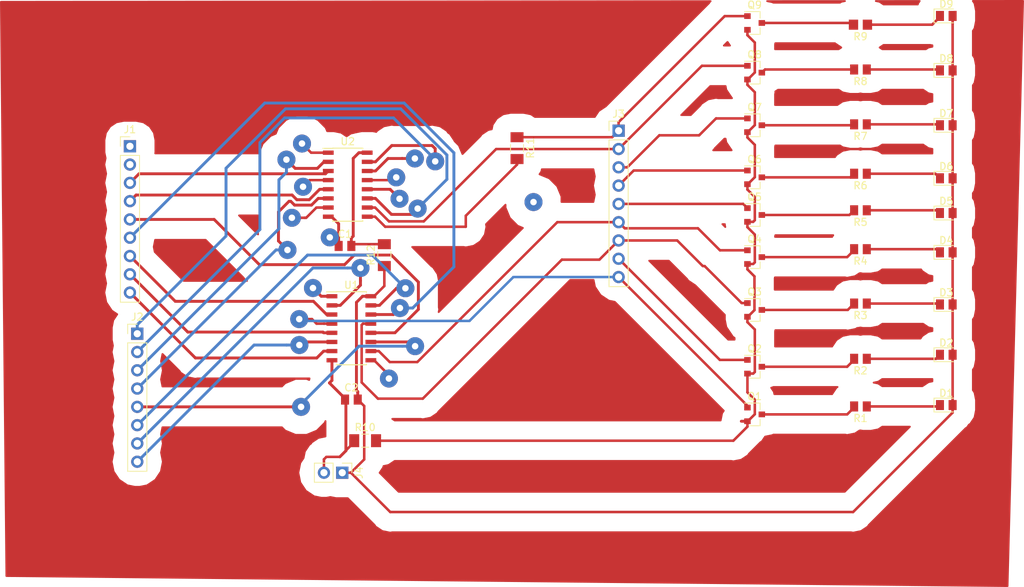
<source format=kicad_pcb>
(kicad_pcb (version 20171130) (host pcbnew 5.0.0-rc2-be01b52~65~ubuntu18.04.1)

  (general
    (thickness 1.6)
    (drawings 0)
    (tracks 398)
    (zones 0)
    (modules 38)
    (nets 49)
  )

  (page A4)
  (layers
    (0 F.Cu signal)
    (1 In1.Cu signal)
    (2 In2.Cu signal)
    (31 B.Cu signal)
    (32 B.Adhes user)
    (33 F.Adhes user)
    (34 B.Paste user)
    (35 F.Paste user)
    (36 B.SilkS user hide)
    (37 F.SilkS user hide)
    (38 B.Mask user hide)
    (39 F.Mask user hide)
    (40 Dwgs.User user)
    (41 Cmts.User user)
    (42 Eco1.User user)
    (43 Eco2.User user)
    (44 Edge.Cuts user)
    (45 Margin user)
    (46 B.CrtYd user)
    (47 F.CrtYd user)
    (48 B.Fab user)
    (49 F.Fab user)
  )

  (setup
    (last_trace_width 0.35)
    (trace_clearance 0.35)
    (zone_clearance 0.508)
    (zone_45_only no)
    (trace_min 0.2)
    (segment_width 0.2)
    (edge_width 0.15)
    (via_size 2.5)
    (via_drill 0.9)
    (via_min_size 0.4)
    (via_min_drill 0.3)
    (uvia_size 0.3)
    (uvia_drill 0.1)
    (uvias_allowed no)
    (uvia_min_size 0.2)
    (uvia_min_drill 0.1)
    (pcb_text_width 0.3)
    (pcb_text_size 1.5 1.5)
    (mod_edge_width 0.15)
    (mod_text_size 1 1)
    (mod_text_width 0.15)
    (pad_size 1.524 1.524)
    (pad_drill 0.762)
    (pad_to_mask_clearance 0.2)
    (aux_axis_origin 0 0)
    (visible_elements FFFFFE7F)
    (pcbplotparams
      (layerselection 0x010fc_ffffffff)
      (usegerberextensions false)
      (usegerberattributes false)
      (usegerberadvancedattributes false)
      (creategerberjobfile false)
      (excludeedgelayer true)
      (linewidth 0.100000)
      (plotframeref false)
      (viasonmask false)
      (mode 1)
      (useauxorigin false)
      (hpglpennumber 1)
      (hpglpenspeed 20)
      (hpglpendiameter 15)
      (psnegative false)
      (psa4output false)
      (plotreference true)
      (plotvalue true)
      (plotinvisibletext false)
      (padsonsilk false)
      (subtractmaskfromsilk false)
      (outputformat 1)
      (mirror false)
      (drillshape 1)
      (scaleselection 1)
      (outputdirectory ""))
  )

  (net 0 "")
  (net 1 "Net-(D9-Pad1)")
  (net 2 "Net-(Q9-Pad3)")
  (net 3 "Net-(D8-Pad1)")
  (net 4 "Net-(Q8-Pad3)")
  (net 5 "Net-(Q7-Pad3)")
  (net 6 "Net-(D7-Pad1)")
  (net 7 "Net-(D6-Pad1)")
  (net 8 "Net-(Q6-Pad3)")
  (net 9 "Net-(Q5-Pad3)")
  (net 10 "Net-(D5-Pad1)")
  (net 11 "Net-(D4-Pad1)")
  (net 12 "Net-(Q4-Pad3)")
  (net 13 "Net-(Q3-Pad3)")
  (net 14 "Net-(D3-Pad1)")
  (net 15 "Net-(D2-Pad1)")
  (net 16 "Net-(Q2-Pad3)")
  (net 17 "Net-(Q1-Pad3)")
  (net 18 "Net-(D1-Pad1)")
  (net 19 /COUT)
  (net 20 GND)
  (net 21 /Z7)
  (net 22 /Z6)
  (net 23 /Z5)
  (net 24 /Z1)
  (net 25 /Z2)
  (net 26 /Z3)
  (net 27 /Z4)
  (net 28 /Z0)
  (net 29 /Y1)
  (net 30 /X1)
  (net 31 /X0)
  (net 32 /Y0)
  (net 33 /Cin)
  (net 34 "Net-(U1-Pad9)")
  (net 35 /Y3)
  (net 36 /X3)
  (net 37 /X2)
  (net 38 /Y2)
  (net 39 VCC)
  (net 40 /Y6)
  (net 41 /X6)
  (net 42 /X7)
  (net 43 /Y7)
  (net 44 /Y4)
  (net 45 /X4)
  (net 46 /X5)
  (net 47 /Y5)
  (net 48 "Net-(R11-Pad2)")

  (net_class Default "This is the default net class."
    (clearance 0.35)
    (trace_width 0.35)
    (via_dia 2.5)
    (via_drill 0.9)
    (uvia_dia 0.3)
    (uvia_drill 0.1)
    (add_net /COUT)
    (add_net /Cin)
    (add_net /X0)
    (add_net /X1)
    (add_net /X2)
    (add_net /X3)
    (add_net /X4)
    (add_net /X5)
    (add_net /X6)
    (add_net /X7)
    (add_net /Y0)
    (add_net /Y1)
    (add_net /Y2)
    (add_net /Y3)
    (add_net /Y4)
    (add_net /Y5)
    (add_net /Y6)
    (add_net /Y7)
    (add_net /Z0)
    (add_net /Z1)
    (add_net /Z2)
    (add_net /Z3)
    (add_net /Z4)
    (add_net /Z5)
    (add_net /Z6)
    (add_net /Z7)
    (add_net GND)
    (add_net "Net-(D1-Pad1)")
    (add_net "Net-(D2-Pad1)")
    (add_net "Net-(D3-Pad1)")
    (add_net "Net-(D4-Pad1)")
    (add_net "Net-(D5-Pad1)")
    (add_net "Net-(D6-Pad1)")
    (add_net "Net-(D7-Pad1)")
    (add_net "Net-(D8-Pad1)")
    (add_net "Net-(D9-Pad1)")
    (add_net "Net-(Q1-Pad3)")
    (add_net "Net-(Q2-Pad3)")
    (add_net "Net-(Q3-Pad3)")
    (add_net "Net-(Q4-Pad3)")
    (add_net "Net-(Q5-Pad3)")
    (add_net "Net-(Q6-Pad3)")
    (add_net "Net-(Q7-Pad3)")
    (add_net "Net-(Q8-Pad3)")
    (add_net "Net-(Q9-Pad3)")
    (add_net "Net-(R11-Pad2)")
    (add_net "Net-(U1-Pad9)")
    (add_net VCC)
  )

  (module Resistor_SMD:R_1206_3216Metric_Pad1.39x1.80mm_HandSolder (layer F.Cu) (tedit 5AC5DB74) (tstamp 5B2CEE0B)
    (at 78.613 56.896 90)
    (descr "Resistor SMD 1206 (3216 Metric), square (rectangular) end terminal, IPC_7351 nominal with elongated pad for handsoldering. (Body size source: http://www.tortai-tech.com/upload/download/2011102023233369053.pdf), generated with kicad-footprint-generator")
    (tags "resistor handsolder")
    (path /5B722142)
    (attr smd)
    (fp_text reference R12 (at 0 -1.85 90) (layer F.SilkS)
      (effects (font (size 1 1) (thickness 0.15)))
    )
    (fp_text value R (at 0 1.85 90) (layer F.Fab)
      (effects (font (size 1 1) (thickness 0.15)))
    )
    (fp_line (start -1.6 0.8) (end -1.6 -0.8) (layer F.Fab) (width 0.1))
    (fp_line (start -1.6 -0.8) (end 1.6 -0.8) (layer F.Fab) (width 0.1))
    (fp_line (start 1.6 -0.8) (end 1.6 0.8) (layer F.Fab) (width 0.1))
    (fp_line (start 1.6 0.8) (end -1.6 0.8) (layer F.Fab) (width 0.1))
    (fp_line (start -0.5 -0.91) (end 0.5 -0.91) (layer F.SilkS) (width 0.12))
    (fp_line (start -0.5 0.91) (end 0.5 0.91) (layer F.SilkS) (width 0.12))
    (fp_line (start -2.46 1.15) (end -2.46 -1.15) (layer F.CrtYd) (width 0.05))
    (fp_line (start -2.46 -1.15) (end 2.46 -1.15) (layer F.CrtYd) (width 0.05))
    (fp_line (start 2.46 -1.15) (end 2.46 1.15) (layer F.CrtYd) (width 0.05))
    (fp_line (start 2.46 1.15) (end -2.46 1.15) (layer F.CrtYd) (width 0.05))
    (fp_text user %R (at 0 0 90) (layer F.Fab)
      (effects (font (size 0.8 0.8) (thickness 0.12)))
    )
    (pad 1 smd rect (at -1.5175 0 90) (size 1.395 1.8) (layers F.Cu F.Paste F.Mask)
      (net 39 VCC))
    (pad 2 smd rect (at 1.5175 0 90) (size 1.395 1.8) (layers F.Cu F.Paste F.Mask)
      (net 39 VCC))
    (model ${KISYS3DMOD}/Resistor_SMD.3dshapes/R_1206_3216Metric.wrl
      (at (xyz 0 0 0))
      (scale (xyz 1 1 1))
      (rotate (xyz 0 0 0))
    )
  )

  (module Resistor_SMD:R_1206_3216Metric_Pad1.39x1.80mm_HandSolder (layer F.Cu) (tedit 5AC5DB74) (tstamp 5B2CE26A)
    (at 97.028 42.037 270)
    (descr "Resistor SMD 1206 (3216 Metric), square (rectangular) end terminal, IPC_7351 nominal with elongated pad for handsoldering. (Body size source: http://www.tortai-tech.com/upload/download/2011102023233369053.pdf), generated with kicad-footprint-generator")
    (tags "resistor handsolder")
    (path /5B6D454C)
    (attr smd)
    (fp_text reference R11 (at 0 -1.85 270) (layer F.SilkS)
      (effects (font (size 1 1) (thickness 0.15)))
    )
    (fp_text value R (at 0 1.85 270) (layer F.Fab)
      (effects (font (size 1 1) (thickness 0.15)))
    )
    (fp_line (start -1.6 0.8) (end -1.6 -0.8) (layer F.Fab) (width 0.1))
    (fp_line (start -1.6 -0.8) (end 1.6 -0.8) (layer F.Fab) (width 0.1))
    (fp_line (start 1.6 -0.8) (end 1.6 0.8) (layer F.Fab) (width 0.1))
    (fp_line (start 1.6 0.8) (end -1.6 0.8) (layer F.Fab) (width 0.1))
    (fp_line (start -0.5 -0.91) (end 0.5 -0.91) (layer F.SilkS) (width 0.12))
    (fp_line (start -0.5 0.91) (end 0.5 0.91) (layer F.SilkS) (width 0.12))
    (fp_line (start -2.46 1.15) (end -2.46 -1.15) (layer F.CrtYd) (width 0.05))
    (fp_line (start -2.46 -1.15) (end 2.46 -1.15) (layer F.CrtYd) (width 0.05))
    (fp_line (start 2.46 -1.15) (end 2.46 1.15) (layer F.CrtYd) (width 0.05))
    (fp_line (start 2.46 1.15) (end -2.46 1.15) (layer F.CrtYd) (width 0.05))
    (fp_text user %R (at 0 0 270) (layer F.Fab)
      (effects (font (size 0.8 0.8) (thickness 0.12)))
    )
    (pad 1 smd rect (at -1.5175 0 270) (size 1.395 1.8) (layers F.Cu F.Paste F.Mask)
      (net 19 /COUT))
    (pad 2 smd rect (at 1.5175 0 270) (size 1.395 1.8) (layers F.Cu F.Paste F.Mask)
      (net 48 "Net-(R11-Pad2)"))
    (model ${KISYS3DMOD}/Resistor_SMD.3dshapes/R_1206_3216Metric.wrl
      (at (xyz 0 0 0))
      (scale (xyz 1 1 1))
      (rotate (xyz 0 0 0))
    )
  )

  (module Resistor_SMD:R_1206_3216Metric_Pad1.39x1.80mm_HandSolder (layer F.Cu) (tedit 5AC5DB74) (tstamp 5B2CD768)
    (at 75.946 82.677)
    (descr "Resistor SMD 1206 (3216 Metric), square (rectangular) end terminal, IPC_7351 nominal with elongated pad for handsoldering. (Body size source: http://www.tortai-tech.com/upload/download/2011102023233369053.pdf), generated with kicad-footprint-generator")
    (tags "resistor handsolder")
    (path /5B6C8FBC)
    (attr smd)
    (fp_text reference R10 (at 0 -1.85) (layer F.SilkS)
      (effects (font (size 1 1) (thickness 0.15)))
    )
    (fp_text value R (at 0 1.85) (layer F.Fab)
      (effects (font (size 1 1) (thickness 0.15)))
    )
    (fp_line (start -1.6 0.8) (end -1.6 -0.8) (layer F.Fab) (width 0.1))
    (fp_line (start -1.6 -0.8) (end 1.6 -0.8) (layer F.Fab) (width 0.1))
    (fp_line (start 1.6 -0.8) (end 1.6 0.8) (layer F.Fab) (width 0.1))
    (fp_line (start 1.6 0.8) (end -1.6 0.8) (layer F.Fab) (width 0.1))
    (fp_line (start -0.5 -0.91) (end 0.5 -0.91) (layer F.SilkS) (width 0.12))
    (fp_line (start -0.5 0.91) (end 0.5 0.91) (layer F.SilkS) (width 0.12))
    (fp_line (start -2.46 1.15) (end -2.46 -1.15) (layer F.CrtYd) (width 0.05))
    (fp_line (start -2.46 -1.15) (end 2.46 -1.15) (layer F.CrtYd) (width 0.05))
    (fp_line (start 2.46 -1.15) (end 2.46 1.15) (layer F.CrtYd) (width 0.05))
    (fp_line (start 2.46 1.15) (end -2.46 1.15) (layer F.CrtYd) (width 0.05))
    (fp_text user %R (at 0 0) (layer F.Fab)
      (effects (font (size 0.8 0.8) (thickness 0.12)))
    )
    (pad 1 smd rect (at -1.5175 0) (size 1.395 1.8) (layers F.Cu F.Paste F.Mask)
      (net 20 GND))
    (pad 2 smd rect (at 1.5175 0) (size 1.395 1.8) (layers F.Cu F.Paste F.Mask)
      (net 20 GND))
    (model ${KISYS3DMOD}/Resistor_SMD.3dshapes/R_1206_3216Metric.wrl
      (at (xyz 0 0 0))
      (scale (xyz 1 1 1))
      (rotate (xyz 0 0 0))
    )
  )

  (module Capacitor_SMD:C_0805_2012Metric (layer F.Cu) (tedit 5AC5DB74) (tstamp 5B2CB82B)
    (at 73.152 55.626)
    (descr "Capacitor SMD 0805 (2012 Metric), square (rectangular) end terminal, IPC_7351 nominal, (Body size source: http://www.tortai-tech.com/upload/download/2011102023233369053.pdf), generated with kicad-footprint-generator")
    (tags capacitor)
    (path /64F3BAE9)
    (attr smd)
    (fp_text reference C1 (at 0 -1.65) (layer F.SilkS)
      (effects (font (size 1 1) (thickness 0.15)))
    )
    (fp_text value 100nF (at 0 1.65) (layer F.Fab)
      (effects (font (size 1 1) (thickness 0.15)))
    )
    (fp_text user %R (at 0 0) (layer F.Fab)
      (effects (font (size 0.5 0.5) (thickness 0.08)))
    )
    (fp_line (start 1.69 0.95) (end -1.69 0.95) (layer F.CrtYd) (width 0.05))
    (fp_line (start 1.69 -0.95) (end 1.69 0.95) (layer F.CrtYd) (width 0.05))
    (fp_line (start -1.69 -0.95) (end 1.69 -0.95) (layer F.CrtYd) (width 0.05))
    (fp_line (start -1.69 0.95) (end -1.69 -0.95) (layer F.CrtYd) (width 0.05))
    (fp_line (start 1 0.6) (end -1 0.6) (layer F.Fab) (width 0.1))
    (fp_line (start 1 -0.6) (end 1 0.6) (layer F.Fab) (width 0.1))
    (fp_line (start -1 -0.6) (end 1 -0.6) (layer F.Fab) (width 0.1))
    (fp_line (start -1 0.6) (end -1 -0.6) (layer F.Fab) (width 0.1))
    (pad 2 smd rect (at 0.88 0) (size 1.12 1.4) (layers F.Cu F.Paste F.Mask)
      (net 39 VCC))
    (pad 1 smd rect (at -0.88 0) (size 1.12 1.4) (layers F.Cu F.Paste F.Mask)
      (net 20 GND))
    (model ${KISYS3DMOD}/Capacitor_SMD.3dshapes/C_0805_2012Metric.wrl
      (at (xyz 0 0 0))
      (scale (xyz 1 1 1))
      (rotate (xyz 0 0 0))
    )
  )

  (module Capacitor_SMD:C_0805_2012Metric (layer F.Cu) (tedit 5AC5DB74) (tstamp 5B2CB81C)
    (at 74.041 76.962)
    (descr "Capacitor SMD 0805 (2012 Metric), square (rectangular) end terminal, IPC_7351 nominal, (Body size source: http://www.tortai-tech.com/upload/download/2011102023233369053.pdf), generated with kicad-footprint-generator")
    (tags capacitor)
    (path /64F3B924)
    (attr smd)
    (fp_text reference C2 (at 0 -1.65) (layer F.SilkS)
      (effects (font (size 1 1) (thickness 0.15)))
    )
    (fp_text value 100nF (at 0 1.65) (layer F.Fab)
      (effects (font (size 1 1) (thickness 0.15)))
    )
    (fp_line (start -1 0.6) (end -1 -0.6) (layer F.Fab) (width 0.1))
    (fp_line (start -1 -0.6) (end 1 -0.6) (layer F.Fab) (width 0.1))
    (fp_line (start 1 -0.6) (end 1 0.6) (layer F.Fab) (width 0.1))
    (fp_line (start 1 0.6) (end -1 0.6) (layer F.Fab) (width 0.1))
    (fp_line (start -1.69 0.95) (end -1.69 -0.95) (layer F.CrtYd) (width 0.05))
    (fp_line (start -1.69 -0.95) (end 1.69 -0.95) (layer F.CrtYd) (width 0.05))
    (fp_line (start 1.69 -0.95) (end 1.69 0.95) (layer F.CrtYd) (width 0.05))
    (fp_line (start 1.69 0.95) (end -1.69 0.95) (layer F.CrtYd) (width 0.05))
    (fp_text user %R (at 0 0) (layer F.Fab)
      (effects (font (size 0.5 0.5) (thickness 0.08)))
    )
    (pad 1 smd rect (at -0.88 0) (size 1.12 1.4) (layers F.Cu F.Paste F.Mask)
      (net 20 GND))
    (pad 2 smd rect (at 0.88 0) (size 1.12 1.4) (layers F.Cu F.Paste F.Mask)
      (net 39 VCC))
    (model ${KISYS3DMOD}/Capacitor_SMD.3dshapes/C_0805_2012Metric.wrl
      (at (xyz 0 0 0))
      (scale (xyz 1 1 1))
      (rotate (xyz 0 0 0))
    )
  )

  (module Connector_PinHeader_2.54mm:PinHeader_1x02_P2.54mm_Vertical (layer F.Cu) (tedit 59FED5CC) (tstamp 5B2CBE1D)
    (at 72.771 87.122 270)
    (descr "Through hole straight pin header, 1x02, 2.54mm pitch, single row")
    (tags "Through hole pin header THT 1x02 2.54mm single row")
    (path /5B60C342)
    (fp_text reference J4 (at 0 -2.33 270) (layer F.SilkS)
      (effects (font (size 1 1) (thickness 0.15)))
    )
    (fp_text value Conn_01x02 (at 0 4.87 270) (layer F.Fab)
      (effects (font (size 1 1) (thickness 0.15)))
    )
    (fp_line (start -0.635 -1.27) (end 1.27 -1.27) (layer F.Fab) (width 0.1))
    (fp_line (start 1.27 -1.27) (end 1.27 3.81) (layer F.Fab) (width 0.1))
    (fp_line (start 1.27 3.81) (end -1.27 3.81) (layer F.Fab) (width 0.1))
    (fp_line (start -1.27 3.81) (end -1.27 -0.635) (layer F.Fab) (width 0.1))
    (fp_line (start -1.27 -0.635) (end -0.635 -1.27) (layer F.Fab) (width 0.1))
    (fp_line (start -1.33 3.87) (end 1.33 3.87) (layer F.SilkS) (width 0.12))
    (fp_line (start -1.33 1.27) (end -1.33 3.87) (layer F.SilkS) (width 0.12))
    (fp_line (start 1.33 1.27) (end 1.33 3.87) (layer F.SilkS) (width 0.12))
    (fp_line (start -1.33 1.27) (end 1.33 1.27) (layer F.SilkS) (width 0.12))
    (fp_line (start -1.33 0) (end -1.33 -1.33) (layer F.SilkS) (width 0.12))
    (fp_line (start -1.33 -1.33) (end 0 -1.33) (layer F.SilkS) (width 0.12))
    (fp_line (start -1.8 -1.8) (end -1.8 4.35) (layer F.CrtYd) (width 0.05))
    (fp_line (start -1.8 4.35) (end 1.8 4.35) (layer F.CrtYd) (width 0.05))
    (fp_line (start 1.8 4.35) (end 1.8 -1.8) (layer F.CrtYd) (width 0.05))
    (fp_line (start 1.8 -1.8) (end -1.8 -1.8) (layer F.CrtYd) (width 0.05))
    (fp_text user %R (at 0 1.27) (layer F.Fab)
      (effects (font (size 1 1) (thickness 0.15)))
    )
    (pad 1 thru_hole rect (at 0 0 270) (size 1.7 1.7) (drill 1) (layers *.Cu *.Mask)
      (net 39 VCC))
    (pad 2 thru_hole oval (at 0 2.54 270) (size 1.7 1.7) (drill 1) (layers *.Cu *.Mask)
      (net 20 GND))
    (model ${KISYS3DMOD}/Connector_PinHeader_2.54mm.3dshapes/PinHeader_1x02_P2.54mm_Vertical.wrl
      (at (xyz 0 0 0))
      (scale (xyz 1 1 1))
      (rotate (xyz 0 0 0))
    )
  )

  (module Connector_PinHeader_2.54mm:PinHeader_1x08_P2.54mm_Vertical (layer F.Cu) (tedit 59FED5CC) (tstamp 5B2CB7F7)
    (at 44.323 67.818)
    (descr "Through hole straight pin header, 1x08, 2.54mm pitch, single row")
    (tags "Through hole pin header THT 1x08 2.54mm single row")
    (path /5B55959D)
    (fp_text reference J2 (at 0 -2.33) (layer F.SilkS)
      (effects (font (size 1 1) (thickness 0.15)))
    )
    (fp_text value Conn_01x08 (at 0 20.11) (layer F.Fab)
      (effects (font (size 1 1) (thickness 0.15)))
    )
    (fp_line (start -0.635 -1.27) (end 1.27 -1.27) (layer F.Fab) (width 0.1))
    (fp_line (start 1.27 -1.27) (end 1.27 19.05) (layer F.Fab) (width 0.1))
    (fp_line (start 1.27 19.05) (end -1.27 19.05) (layer F.Fab) (width 0.1))
    (fp_line (start -1.27 19.05) (end -1.27 -0.635) (layer F.Fab) (width 0.1))
    (fp_line (start -1.27 -0.635) (end -0.635 -1.27) (layer F.Fab) (width 0.1))
    (fp_line (start -1.33 19.11) (end 1.33 19.11) (layer F.SilkS) (width 0.12))
    (fp_line (start -1.33 1.27) (end -1.33 19.11) (layer F.SilkS) (width 0.12))
    (fp_line (start 1.33 1.27) (end 1.33 19.11) (layer F.SilkS) (width 0.12))
    (fp_line (start -1.33 1.27) (end 1.33 1.27) (layer F.SilkS) (width 0.12))
    (fp_line (start -1.33 0) (end -1.33 -1.33) (layer F.SilkS) (width 0.12))
    (fp_line (start -1.33 -1.33) (end 0 -1.33) (layer F.SilkS) (width 0.12))
    (fp_line (start -1.8 -1.8) (end -1.8 19.55) (layer F.CrtYd) (width 0.05))
    (fp_line (start -1.8 19.55) (end 1.8 19.55) (layer F.CrtYd) (width 0.05))
    (fp_line (start 1.8 19.55) (end 1.8 -1.8) (layer F.CrtYd) (width 0.05))
    (fp_line (start 1.8 -1.8) (end -1.8 -1.8) (layer F.CrtYd) (width 0.05))
    (fp_text user %R (at 0 8.89 90) (layer F.Fab)
      (effects (font (size 1 1) (thickness 0.15)))
    )
    (pad 1 thru_hole rect (at 0 0) (size 1.7 1.7) (drill 1) (layers *.Cu *.Mask)
      (net 43 /Y7))
    (pad 2 thru_hole oval (at 0 2.54) (size 1.7 1.7) (drill 1) (layers *.Cu *.Mask)
      (net 40 /Y6))
    (pad 3 thru_hole oval (at 0 5.08) (size 1.7 1.7) (drill 1) (layers *.Cu *.Mask)
      (net 47 /Y5))
    (pad 4 thru_hole oval (at 0 7.62) (size 1.7 1.7) (drill 1) (layers *.Cu *.Mask)
      (net 44 /Y4))
    (pad 5 thru_hole oval (at 0 10.16) (size 1.7 1.7) (drill 1) (layers *.Cu *.Mask)
      (net 35 /Y3))
    (pad 6 thru_hole oval (at 0 12.7) (size 1.7 1.7) (drill 1) (layers *.Cu *.Mask)
      (net 38 /Y2))
    (pad 7 thru_hole oval (at 0 15.24) (size 1.7 1.7) (drill 1) (layers *.Cu *.Mask)
      (net 29 /Y1))
    (pad 8 thru_hole oval (at 0 17.78) (size 1.7 1.7) (drill 1) (layers *.Cu *.Mask)
      (net 32 /Y0))
    (model ${KISYS3DMOD}/Connector_PinHeader_2.54mm.3dshapes/PinHeader_1x08_P2.54mm_Vertical.wrl
      (at (xyz 0 0 0))
      (scale (xyz 1 1 1))
      (rotate (xyz 0 0 0))
    )
  )

  (module Connector_PinHeader_2.54mm:PinHeader_1x09_P2.54mm_Vertical (layer F.Cu) (tedit 59FED5CC) (tstamp 5B2CB7DB)
    (at 43.307 41.783)
    (descr "Through hole straight pin header, 1x09, 2.54mm pitch, single row")
    (tags "Through hole pin header THT 1x09 2.54mm single row")
    (path /5B60C2D4)
    (fp_text reference J1 (at 0 -2.33) (layer F.SilkS)
      (effects (font (size 1 1) (thickness 0.15)))
    )
    (fp_text value Conn_01x09 (at 0 22.65) (layer F.Fab)
      (effects (font (size 1 1) (thickness 0.15)))
    )
    (fp_text user %R (at 0 10.16 90) (layer F.Fab)
      (effects (font (size 1 1) (thickness 0.15)))
    )
    (fp_line (start 1.8 -1.8) (end -1.8 -1.8) (layer F.CrtYd) (width 0.05))
    (fp_line (start 1.8 22.1) (end 1.8 -1.8) (layer F.CrtYd) (width 0.05))
    (fp_line (start -1.8 22.1) (end 1.8 22.1) (layer F.CrtYd) (width 0.05))
    (fp_line (start -1.8 -1.8) (end -1.8 22.1) (layer F.CrtYd) (width 0.05))
    (fp_line (start -1.33 -1.33) (end 0 -1.33) (layer F.SilkS) (width 0.12))
    (fp_line (start -1.33 0) (end -1.33 -1.33) (layer F.SilkS) (width 0.12))
    (fp_line (start -1.33 1.27) (end 1.33 1.27) (layer F.SilkS) (width 0.12))
    (fp_line (start 1.33 1.27) (end 1.33 21.65) (layer F.SilkS) (width 0.12))
    (fp_line (start -1.33 1.27) (end -1.33 21.65) (layer F.SilkS) (width 0.12))
    (fp_line (start -1.33 21.65) (end 1.33 21.65) (layer F.SilkS) (width 0.12))
    (fp_line (start -1.27 -0.635) (end -0.635 -1.27) (layer F.Fab) (width 0.1))
    (fp_line (start -1.27 21.59) (end -1.27 -0.635) (layer F.Fab) (width 0.1))
    (fp_line (start 1.27 21.59) (end -1.27 21.59) (layer F.Fab) (width 0.1))
    (fp_line (start 1.27 -1.27) (end 1.27 21.59) (layer F.Fab) (width 0.1))
    (fp_line (start -0.635 -1.27) (end 1.27 -1.27) (layer F.Fab) (width 0.1))
    (pad 9 thru_hole oval (at 0 20.32) (size 1.7 1.7) (drill 1) (layers *.Cu *.Mask)
      (net 33 /Cin))
    (pad 8 thru_hole oval (at 0 17.78) (size 1.7 1.7) (drill 1) (layers *.Cu *.Mask)
      (net 31 /X0))
    (pad 7 thru_hole oval (at 0 15.24) (size 1.7 1.7) (drill 1) (layers *.Cu *.Mask)
      (net 30 /X1))
    (pad 6 thru_hole oval (at 0 12.7) (size 1.7 1.7) (drill 1) (layers *.Cu *.Mask)
      (net 37 /X2))
    (pad 5 thru_hole oval (at 0 10.16) (size 1.7 1.7) (drill 1) (layers *.Cu *.Mask)
      (net 36 /X3))
    (pad 4 thru_hole oval (at 0 7.62) (size 1.7 1.7) (drill 1) (layers *.Cu *.Mask)
      (net 45 /X4))
    (pad 3 thru_hole oval (at 0 5.08) (size 1.7 1.7) (drill 1) (layers *.Cu *.Mask)
      (net 46 /X5))
    (pad 2 thru_hole oval (at 0 2.54) (size 1.7 1.7) (drill 1) (layers *.Cu *.Mask)
      (net 41 /X6))
    (pad 1 thru_hole rect (at 0 0) (size 1.7 1.7) (drill 1) (layers *.Cu *.Mask)
      (net 42 /X7))
    (model ${KISYS3DMOD}/Connector_PinHeader_2.54mm.3dshapes/PinHeader_1x09_P2.54mm_Vertical.wrl
      (at (xyz 0 0 0))
      (scale (xyz 1 1 1))
      (rotate (xyz 0 0 0))
    )
  )

  (module Connector_PinHeader_2.54mm:PinHeader_1x09_P2.54mm_Vertical (layer F.Cu) (tedit 59FED5CC) (tstamp 5B2CB7BE)
    (at 111.125 39.624)
    (descr "Through hole straight pin header, 1x09, 2.54mm pitch, single row")
    (tags "Through hole pin header THT 1x09 2.54mm single row")
    (path /5B6166A7)
    (fp_text reference J3 (at 0 -2.33) (layer F.SilkS)
      (effects (font (size 1 1) (thickness 0.15)))
    )
    (fp_text value Conn_01x09 (at 0 22.65) (layer F.Fab)
      (effects (font (size 1 1) (thickness 0.15)))
    )
    (fp_line (start -0.635 -1.27) (end 1.27 -1.27) (layer F.Fab) (width 0.1))
    (fp_line (start 1.27 -1.27) (end 1.27 21.59) (layer F.Fab) (width 0.1))
    (fp_line (start 1.27 21.59) (end -1.27 21.59) (layer F.Fab) (width 0.1))
    (fp_line (start -1.27 21.59) (end -1.27 -0.635) (layer F.Fab) (width 0.1))
    (fp_line (start -1.27 -0.635) (end -0.635 -1.27) (layer F.Fab) (width 0.1))
    (fp_line (start -1.33 21.65) (end 1.33 21.65) (layer F.SilkS) (width 0.12))
    (fp_line (start -1.33 1.27) (end -1.33 21.65) (layer F.SilkS) (width 0.12))
    (fp_line (start 1.33 1.27) (end 1.33 21.65) (layer F.SilkS) (width 0.12))
    (fp_line (start -1.33 1.27) (end 1.33 1.27) (layer F.SilkS) (width 0.12))
    (fp_line (start -1.33 0) (end -1.33 -1.33) (layer F.SilkS) (width 0.12))
    (fp_line (start -1.33 -1.33) (end 0 -1.33) (layer F.SilkS) (width 0.12))
    (fp_line (start -1.8 -1.8) (end -1.8 22.1) (layer F.CrtYd) (width 0.05))
    (fp_line (start -1.8 22.1) (end 1.8 22.1) (layer F.CrtYd) (width 0.05))
    (fp_line (start 1.8 22.1) (end 1.8 -1.8) (layer F.CrtYd) (width 0.05))
    (fp_line (start 1.8 -1.8) (end -1.8 -1.8) (layer F.CrtYd) (width 0.05))
    (fp_text user %R (at 0 10.16 90) (layer F.Fab)
      (effects (font (size 1 1) (thickness 0.15)))
    )
    (pad 1 thru_hole rect (at 0 0) (size 1.7 1.7) (drill 1) (layers *.Cu *.Mask)
      (net 19 /COUT))
    (pad 2 thru_hole oval (at 0 2.54) (size 1.7 1.7) (drill 1) (layers *.Cu *.Mask)
      (net 21 /Z7))
    (pad 3 thru_hole oval (at 0 5.08) (size 1.7 1.7) (drill 1) (layers *.Cu *.Mask)
      (net 22 /Z6))
    (pad 4 thru_hole oval (at 0 7.62) (size 1.7 1.7) (drill 1) (layers *.Cu *.Mask)
      (net 23 /Z5))
    (pad 5 thru_hole oval (at 0 10.16) (size 1.7 1.7) (drill 1) (layers *.Cu *.Mask)
      (net 27 /Z4))
    (pad 6 thru_hole oval (at 0 12.7) (size 1.7 1.7) (drill 1) (layers *.Cu *.Mask)
      (net 26 /Z3))
    (pad 7 thru_hole oval (at 0 15.24) (size 1.7 1.7) (drill 1) (layers *.Cu *.Mask)
      (net 25 /Z2))
    (pad 8 thru_hole oval (at 0 17.78) (size 1.7 1.7) (drill 1) (layers *.Cu *.Mask)
      (net 24 /Z1))
    (pad 9 thru_hole oval (at 0 20.32) (size 1.7 1.7) (drill 1) (layers *.Cu *.Mask)
      (net 28 /Z0))
    (model ${KISYS3DMOD}/Connector_PinHeader_2.54mm.3dshapes/PinHeader_1x09_P2.54mm_Vertical.wrl
      (at (xyz 0 0 0))
      (scale (xyz 1 1 1))
      (rotate (xyz 0 0 0))
    )
  )

  (module LED_SMD:LED_0805_2012Metric_Pad1.12x1.40mm_HandSolder (layer F.Cu) (tedit 5AC5DB75) (tstamp 5B2CC877)
    (at 156.6 23.6745)
    (descr "LED SMD 0805 (2012 Metric), square (rectangular) end terminal, IPC_7351 nominal, (Body size source: http://www.tortai-tech.com/upload/download/2011102023233369053.pdf), generated with kicad-footprint-generator")
    (tags "LED handsolder")
    (path /5C3E9C32/6AD31407)
    (attr smd)
    (fp_text reference D9 (at 0 -1.65) (layer F.SilkS)
      (effects (font (size 1 1) (thickness 0.15)))
    )
    (fp_text value BLUE (at 0 1.65) (layer F.Fab)
      (effects (font (size 1 1) (thickness 0.15)))
    )
    (fp_line (start 1 -0.6) (end -0.7 -0.6) (layer F.Fab) (width 0.1))
    (fp_line (start -0.7 -0.6) (end -1 -0.3) (layer F.Fab) (width 0.1))
    (fp_line (start -1 -0.3) (end -1 0.6) (layer F.Fab) (width 0.1))
    (fp_line (start -1 0.6) (end 1 0.6) (layer F.Fab) (width 0.1))
    (fp_line (start 1 0.6) (end 1 -0.6) (layer F.Fab) (width 0.1))
    (fp_line (start 1 -0.96) (end -1.7 -0.96) (layer F.SilkS) (width 0.12))
    (fp_line (start -1.7 -0.96) (end -1.7 0.96) (layer F.SilkS) (width 0.12))
    (fp_line (start -1.7 0.96) (end 1 0.96) (layer F.SilkS) (width 0.12))
    (fp_line (start -1.69 0.95) (end -1.69 -0.95) (layer F.CrtYd) (width 0.05))
    (fp_line (start -1.69 -0.95) (end 1.69 -0.95) (layer F.CrtYd) (width 0.05))
    (fp_line (start 1.69 -0.95) (end 1.69 0.95) (layer F.CrtYd) (width 0.05))
    (fp_line (start 1.69 0.95) (end -1.69 0.95) (layer F.CrtYd) (width 0.05))
    (fp_text user %R (at 0 0) (layer F.Fab)
      (effects (font (size 0.5 0.5) (thickness 0.08)))
    )
    (pad 1 smd rect (at -0.88 0) (size 1.12 1.4) (layers F.Cu F.Paste F.Mask)
      (net 1 "Net-(D9-Pad1)"))
    (pad 2 smd rect (at 0.88 0) (size 1.12 1.4) (layers F.Cu F.Paste F.Mask)
      (net 39 VCC))
    (model ${KISYS3DMOD}/LED_SMD.3dshapes/LED_0805_2012Metric.wrl
      (at (xyz 0 0 0))
      (scale (xyz 1 1 1))
      (rotate (xyz 0 0 0))
    )
  )

  (module LED_SMD:LED_0805_2012Metric_Pad1.12x1.40mm_HandSolder (layer F.Cu) (tedit 5AC5DB75) (tstamp 5B2CB78E)
    (at 156.6 31.242)
    (descr "LED SMD 0805 (2012 Metric), square (rectangular) end terminal, IPC_7351 nominal, (Body size source: http://www.tortai-tech.com/upload/download/2011102023233369053.pdf), generated with kicad-footprint-generator")
    (tags "LED handsolder")
    (path /5C3A22BC/5BF1FBAD)
    (attr smd)
    (fp_text reference D8 (at 0 -1.65) (layer F.SilkS)
      (effects (font (size 1 1) (thickness 0.15)))
    )
    (fp_text value RED (at 0 1.65) (layer F.Fab)
      (effects (font (size 1 1) (thickness 0.15)))
    )
    (fp_text user %R (at 0 0) (layer F.Fab)
      (effects (font (size 0.5 0.5) (thickness 0.08)))
    )
    (fp_line (start 1.69 0.95) (end -1.69 0.95) (layer F.CrtYd) (width 0.05))
    (fp_line (start 1.69 -0.95) (end 1.69 0.95) (layer F.CrtYd) (width 0.05))
    (fp_line (start -1.69 -0.95) (end 1.69 -0.95) (layer F.CrtYd) (width 0.05))
    (fp_line (start -1.69 0.95) (end -1.69 -0.95) (layer F.CrtYd) (width 0.05))
    (fp_line (start -1.7 0.96) (end 1 0.96) (layer F.SilkS) (width 0.12))
    (fp_line (start -1.7 -0.96) (end -1.7 0.96) (layer F.SilkS) (width 0.12))
    (fp_line (start 1 -0.96) (end -1.7 -0.96) (layer F.SilkS) (width 0.12))
    (fp_line (start 1 0.6) (end 1 -0.6) (layer F.Fab) (width 0.1))
    (fp_line (start -1 0.6) (end 1 0.6) (layer F.Fab) (width 0.1))
    (fp_line (start -1 -0.3) (end -1 0.6) (layer F.Fab) (width 0.1))
    (fp_line (start -0.7 -0.6) (end -1 -0.3) (layer F.Fab) (width 0.1))
    (fp_line (start 1 -0.6) (end -0.7 -0.6) (layer F.Fab) (width 0.1))
    (pad 2 smd rect (at 0.88 0) (size 1.12 1.4) (layers F.Cu F.Paste F.Mask)
      (net 39 VCC))
    (pad 1 smd rect (at -0.88 0) (size 1.12 1.4) (layers F.Cu F.Paste F.Mask)
      (net 3 "Net-(D8-Pad1)"))
    (model ${KISYS3DMOD}/LED_SMD.3dshapes/LED_0805_2012Metric.wrl
      (at (xyz 0 0 0))
      (scale (xyz 1 1 1))
      (rotate (xyz 0 0 0))
    )
  )

  (module LED_SMD:LED_0805_2012Metric_Pad1.12x1.40mm_HandSolder (layer F.Cu) (tedit 5AC5DB75) (tstamp 5B2CB77B)
    (at 156.6 38.862)
    (descr "LED SMD 0805 (2012 Metric), square (rectangular) end terminal, IPC_7351 nominal, (Body size source: http://www.tortai-tech.com/upload/download/2011102023233369053.pdf), generated with kicad-footprint-generator")
    (tags "LED handsolder")
    (path /5C3A22B9/5BF1FBAD)
    (attr smd)
    (fp_text reference D7 (at 0 -1.65) (layer F.SilkS)
      (effects (font (size 1 1) (thickness 0.15)))
    )
    (fp_text value RED (at 0 1.65) (layer F.Fab)
      (effects (font (size 1 1) (thickness 0.15)))
    )
    (fp_line (start 1 -0.6) (end -0.7 -0.6) (layer F.Fab) (width 0.1))
    (fp_line (start -0.7 -0.6) (end -1 -0.3) (layer F.Fab) (width 0.1))
    (fp_line (start -1 -0.3) (end -1 0.6) (layer F.Fab) (width 0.1))
    (fp_line (start -1 0.6) (end 1 0.6) (layer F.Fab) (width 0.1))
    (fp_line (start 1 0.6) (end 1 -0.6) (layer F.Fab) (width 0.1))
    (fp_line (start 1 -0.96) (end -1.7 -0.96) (layer F.SilkS) (width 0.12))
    (fp_line (start -1.7 -0.96) (end -1.7 0.96) (layer F.SilkS) (width 0.12))
    (fp_line (start -1.7 0.96) (end 1 0.96) (layer F.SilkS) (width 0.12))
    (fp_line (start -1.69 0.95) (end -1.69 -0.95) (layer F.CrtYd) (width 0.05))
    (fp_line (start -1.69 -0.95) (end 1.69 -0.95) (layer F.CrtYd) (width 0.05))
    (fp_line (start 1.69 -0.95) (end 1.69 0.95) (layer F.CrtYd) (width 0.05))
    (fp_line (start 1.69 0.95) (end -1.69 0.95) (layer F.CrtYd) (width 0.05))
    (fp_text user %R (at 0 0) (layer F.Fab)
      (effects (font (size 0.5 0.5) (thickness 0.08)))
    )
    (pad 1 smd rect (at -0.88 0) (size 1.12 1.4) (layers F.Cu F.Paste F.Mask)
      (net 6 "Net-(D7-Pad1)"))
    (pad 2 smd rect (at 0.88 0) (size 1.12 1.4) (layers F.Cu F.Paste F.Mask)
      (net 39 VCC))
    (model ${KISYS3DMOD}/LED_SMD.3dshapes/LED_0805_2012Metric.wrl
      (at (xyz 0 0 0))
      (scale (xyz 1 1 1))
      (rotate (xyz 0 0 0))
    )
  )

  (module LED_SMD:LED_0805_2012Metric_Pad1.12x1.40mm_HandSolder (layer F.Cu) (tedit 5AC5DB75) (tstamp 5B2CB768)
    (at 156.6 46.228)
    (descr "LED SMD 0805 (2012 Metric), square (rectangular) end terminal, IPC_7351 nominal, (Body size source: http://www.tortai-tech.com/upload/download/2011102023233369053.pdf), generated with kicad-footprint-generator")
    (tags "LED handsolder")
    (path /5C3A22B6/5BF1FBAD)
    (attr smd)
    (fp_text reference D6 (at 0 -1.65) (layer F.SilkS)
      (effects (font (size 1 1) (thickness 0.15)))
    )
    (fp_text value RED (at 0 1.65) (layer F.Fab)
      (effects (font (size 1 1) (thickness 0.15)))
    )
    (fp_text user %R (at 0 0) (layer F.Fab)
      (effects (font (size 0.5 0.5) (thickness 0.08)))
    )
    (fp_line (start 1.69 0.95) (end -1.69 0.95) (layer F.CrtYd) (width 0.05))
    (fp_line (start 1.69 -0.95) (end 1.69 0.95) (layer F.CrtYd) (width 0.05))
    (fp_line (start -1.69 -0.95) (end 1.69 -0.95) (layer F.CrtYd) (width 0.05))
    (fp_line (start -1.69 0.95) (end -1.69 -0.95) (layer F.CrtYd) (width 0.05))
    (fp_line (start -1.7 0.96) (end 1 0.96) (layer F.SilkS) (width 0.12))
    (fp_line (start -1.7 -0.96) (end -1.7 0.96) (layer F.SilkS) (width 0.12))
    (fp_line (start 1 -0.96) (end -1.7 -0.96) (layer F.SilkS) (width 0.12))
    (fp_line (start 1 0.6) (end 1 -0.6) (layer F.Fab) (width 0.1))
    (fp_line (start -1 0.6) (end 1 0.6) (layer F.Fab) (width 0.1))
    (fp_line (start -1 -0.3) (end -1 0.6) (layer F.Fab) (width 0.1))
    (fp_line (start -0.7 -0.6) (end -1 -0.3) (layer F.Fab) (width 0.1))
    (fp_line (start 1 -0.6) (end -0.7 -0.6) (layer F.Fab) (width 0.1))
    (pad 2 smd rect (at 0.88 0) (size 1.12 1.4) (layers F.Cu F.Paste F.Mask)
      (net 39 VCC))
    (pad 1 smd rect (at -0.88 0) (size 1.12 1.4) (layers F.Cu F.Paste F.Mask)
      (net 7 "Net-(D6-Pad1)"))
    (model ${KISYS3DMOD}/LED_SMD.3dshapes/LED_0805_2012Metric.wrl
      (at (xyz 0 0 0))
      (scale (xyz 1 1 1))
      (rotate (xyz 0 0 0))
    )
  )

  (module LED_SMD:LED_0805_2012Metric_Pad1.12x1.40mm_HandSolder (layer F.Cu) (tedit 5AC5DB75) (tstamp 5B2CB755)
    (at 156.6 56.515)
    (descr "LED SMD 0805 (2012 Metric), square (rectangular) end terminal, IPC_7351 nominal, (Body size source: http://www.tortai-tech.com/upload/download/2011102023233369053.pdf), generated with kicad-footprint-generator")
    (tags "LED handsolder")
    (path /5C39D2F7/5BF1FBAD)
    (attr smd)
    (fp_text reference D4 (at 0 -1.65) (layer F.SilkS)
      (effects (font (size 1 1) (thickness 0.15)))
    )
    (fp_text value RED (at 0 1.65) (layer F.Fab)
      (effects (font (size 1 1) (thickness 0.15)))
    )
    (fp_line (start 1 -0.6) (end -0.7 -0.6) (layer F.Fab) (width 0.1))
    (fp_line (start -0.7 -0.6) (end -1 -0.3) (layer F.Fab) (width 0.1))
    (fp_line (start -1 -0.3) (end -1 0.6) (layer F.Fab) (width 0.1))
    (fp_line (start -1 0.6) (end 1 0.6) (layer F.Fab) (width 0.1))
    (fp_line (start 1 0.6) (end 1 -0.6) (layer F.Fab) (width 0.1))
    (fp_line (start 1 -0.96) (end -1.7 -0.96) (layer F.SilkS) (width 0.12))
    (fp_line (start -1.7 -0.96) (end -1.7 0.96) (layer F.SilkS) (width 0.12))
    (fp_line (start -1.7 0.96) (end 1 0.96) (layer F.SilkS) (width 0.12))
    (fp_line (start -1.69 0.95) (end -1.69 -0.95) (layer F.CrtYd) (width 0.05))
    (fp_line (start -1.69 -0.95) (end 1.69 -0.95) (layer F.CrtYd) (width 0.05))
    (fp_line (start 1.69 -0.95) (end 1.69 0.95) (layer F.CrtYd) (width 0.05))
    (fp_line (start 1.69 0.95) (end -1.69 0.95) (layer F.CrtYd) (width 0.05))
    (fp_text user %R (at 0 0) (layer F.Fab)
      (effects (font (size 0.5 0.5) (thickness 0.08)))
    )
    (pad 1 smd rect (at -0.88 0) (size 1.12 1.4) (layers F.Cu F.Paste F.Mask)
      (net 11 "Net-(D4-Pad1)"))
    (pad 2 smd rect (at 0.88 0) (size 1.12 1.4) (layers F.Cu F.Paste F.Mask)
      (net 39 VCC))
    (model ${KISYS3DMOD}/LED_SMD.3dshapes/LED_0805_2012Metric.wrl
      (at (xyz 0 0 0))
      (scale (xyz 1 1 1))
      (rotate (xyz 0 0 0))
    )
  )

  (module LED_SMD:LED_0805_2012Metric_Pad1.12x1.40mm_HandSolder (layer F.Cu) (tedit 5AC5DB75) (tstamp 5B2CB742)
    (at 156.6 63.754)
    (descr "LED SMD 0805 (2012 Metric), square (rectangular) end terminal, IPC_7351 nominal, (Body size source: http://www.tortai-tech.com/upload/download/2011102023233369053.pdf), generated with kicad-footprint-generator")
    (tags "LED handsolder")
    (path /5C39D2F4/5BF1FBAD)
    (attr smd)
    (fp_text reference D3 (at 0 -1.65) (layer F.SilkS)
      (effects (font (size 1 1) (thickness 0.15)))
    )
    (fp_text value RED (at 0 1.65) (layer F.Fab)
      (effects (font (size 1 1) (thickness 0.15)))
    )
    (fp_text user %R (at 0 0) (layer F.Fab)
      (effects (font (size 0.5 0.5) (thickness 0.08)))
    )
    (fp_line (start 1.69 0.95) (end -1.69 0.95) (layer F.CrtYd) (width 0.05))
    (fp_line (start 1.69 -0.95) (end 1.69 0.95) (layer F.CrtYd) (width 0.05))
    (fp_line (start -1.69 -0.95) (end 1.69 -0.95) (layer F.CrtYd) (width 0.05))
    (fp_line (start -1.69 0.95) (end -1.69 -0.95) (layer F.CrtYd) (width 0.05))
    (fp_line (start -1.7 0.96) (end 1 0.96) (layer F.SilkS) (width 0.12))
    (fp_line (start -1.7 -0.96) (end -1.7 0.96) (layer F.SilkS) (width 0.12))
    (fp_line (start 1 -0.96) (end -1.7 -0.96) (layer F.SilkS) (width 0.12))
    (fp_line (start 1 0.6) (end 1 -0.6) (layer F.Fab) (width 0.1))
    (fp_line (start -1 0.6) (end 1 0.6) (layer F.Fab) (width 0.1))
    (fp_line (start -1 -0.3) (end -1 0.6) (layer F.Fab) (width 0.1))
    (fp_line (start -0.7 -0.6) (end -1 -0.3) (layer F.Fab) (width 0.1))
    (fp_line (start 1 -0.6) (end -0.7 -0.6) (layer F.Fab) (width 0.1))
    (pad 2 smd rect (at 0.88 0) (size 1.12 1.4) (layers F.Cu F.Paste F.Mask)
      (net 39 VCC))
    (pad 1 smd rect (at -0.88 0) (size 1.12 1.4) (layers F.Cu F.Paste F.Mask)
      (net 14 "Net-(D3-Pad1)"))
    (model ${KISYS3DMOD}/LED_SMD.3dshapes/LED_0805_2012Metric.wrl
      (at (xyz 0 0 0))
      (scale (xyz 1 1 1))
      (rotate (xyz 0 0 0))
    )
  )

  (module LED_SMD:LED_0805_2012Metric_Pad1.12x1.40mm_HandSolder (layer F.Cu) (tedit 5AC5DB75) (tstamp 5B2CB72F)
    (at 156.6 70.739)
    (descr "LED SMD 0805 (2012 Metric), square (rectangular) end terminal, IPC_7351 nominal, (Body size source: http://www.tortai-tech.com/upload/download/2011102023233369053.pdf), generated with kicad-footprint-generator")
    (tags "LED handsolder")
    (path /5C39833E/5BF1FBAD)
    (attr smd)
    (fp_text reference D2 (at 0 -1.65) (layer F.SilkS)
      (effects (font (size 1 1) (thickness 0.15)))
    )
    (fp_text value RED (at 0 1.65) (layer F.Fab)
      (effects (font (size 1 1) (thickness 0.15)))
    )
    (fp_line (start 1 -0.6) (end -0.7 -0.6) (layer F.Fab) (width 0.1))
    (fp_line (start -0.7 -0.6) (end -1 -0.3) (layer F.Fab) (width 0.1))
    (fp_line (start -1 -0.3) (end -1 0.6) (layer F.Fab) (width 0.1))
    (fp_line (start -1 0.6) (end 1 0.6) (layer F.Fab) (width 0.1))
    (fp_line (start 1 0.6) (end 1 -0.6) (layer F.Fab) (width 0.1))
    (fp_line (start 1 -0.96) (end -1.7 -0.96) (layer F.SilkS) (width 0.12))
    (fp_line (start -1.7 -0.96) (end -1.7 0.96) (layer F.SilkS) (width 0.12))
    (fp_line (start -1.7 0.96) (end 1 0.96) (layer F.SilkS) (width 0.12))
    (fp_line (start -1.69 0.95) (end -1.69 -0.95) (layer F.CrtYd) (width 0.05))
    (fp_line (start -1.69 -0.95) (end 1.69 -0.95) (layer F.CrtYd) (width 0.05))
    (fp_line (start 1.69 -0.95) (end 1.69 0.95) (layer F.CrtYd) (width 0.05))
    (fp_line (start 1.69 0.95) (end -1.69 0.95) (layer F.CrtYd) (width 0.05))
    (fp_text user %R (at 0 0) (layer F.Fab)
      (effects (font (size 0.5 0.5) (thickness 0.08)))
    )
    (pad 1 smd rect (at -0.88 0) (size 1.12 1.4) (layers F.Cu F.Paste F.Mask)
      (net 15 "Net-(D2-Pad1)"))
    (pad 2 smd rect (at 0.88 0) (size 1.12 1.4) (layers F.Cu F.Paste F.Mask)
      (net 39 VCC))
    (model ${KISYS3DMOD}/LED_SMD.3dshapes/LED_0805_2012Metric.wrl
      (at (xyz 0 0 0))
      (scale (xyz 1 1 1))
      (rotate (xyz 0 0 0))
    )
  )

  (module LED_SMD:LED_0805_2012Metric_Pad1.12x1.40mm_HandSolder (layer F.Cu) (tedit 5AC5DB75) (tstamp 5B2CBEEB)
    (at 156.6 77.724)
    (descr "LED SMD 0805 (2012 Metric), square (rectangular) end terminal, IPC_7351 nominal, (Body size source: http://www.tortai-tech.com/upload/download/2011102023233369053.pdf), generated with kicad-footprint-generator")
    (tags "LED handsolder")
    (path /5C39334B/5BF1FBAD)
    (attr smd)
    (fp_text reference D1 (at 0 -1.65) (layer F.SilkS)
      (effects (font (size 1 1) (thickness 0.15)))
    )
    (fp_text value RED (at 0 1.65) (layer F.Fab)
      (effects (font (size 1 1) (thickness 0.15)))
    )
    (fp_text user %R (at 0 0) (layer F.Fab)
      (effects (font (size 0.5 0.5) (thickness 0.08)))
    )
    (fp_line (start 1.69 0.95) (end -1.69 0.95) (layer F.CrtYd) (width 0.05))
    (fp_line (start 1.69 -0.95) (end 1.69 0.95) (layer F.CrtYd) (width 0.05))
    (fp_line (start -1.69 -0.95) (end 1.69 -0.95) (layer F.CrtYd) (width 0.05))
    (fp_line (start -1.69 0.95) (end -1.69 -0.95) (layer F.CrtYd) (width 0.05))
    (fp_line (start -1.7 0.96) (end 1 0.96) (layer F.SilkS) (width 0.12))
    (fp_line (start -1.7 -0.96) (end -1.7 0.96) (layer F.SilkS) (width 0.12))
    (fp_line (start 1 -0.96) (end -1.7 -0.96) (layer F.SilkS) (width 0.12))
    (fp_line (start 1 0.6) (end 1 -0.6) (layer F.Fab) (width 0.1))
    (fp_line (start -1 0.6) (end 1 0.6) (layer F.Fab) (width 0.1))
    (fp_line (start -1 -0.3) (end -1 0.6) (layer F.Fab) (width 0.1))
    (fp_line (start -0.7 -0.6) (end -1 -0.3) (layer F.Fab) (width 0.1))
    (fp_line (start 1 -0.6) (end -0.7 -0.6) (layer F.Fab) (width 0.1))
    (pad 2 smd rect (at 0.88 0) (size 1.12 1.4) (layers F.Cu F.Paste F.Mask)
      (net 39 VCC))
    (pad 1 smd rect (at -0.88 0) (size 1.12 1.4) (layers F.Cu F.Paste F.Mask)
      (net 18 "Net-(D1-Pad1)"))
    (model ${KISYS3DMOD}/LED_SMD.3dshapes/LED_0805_2012Metric.wrl
      (at (xyz 0 0 0))
      (scale (xyz 1 1 1))
      (rotate (xyz 0 0 0))
    )
  )

  (module LED_SMD:LED_0805_2012Metric_Pad1.12x1.40mm_HandSolder (layer F.Cu) (tedit 5AC5DB75) (tstamp 5B2CB709)
    (at 156.6 51.054)
    (descr "LED SMD 0805 (2012 Metric), square (rectangular) end terminal, IPC_7351 nominal, (Body size source: http://www.tortai-tech.com/upload/download/2011102023233369053.pdf), generated with kicad-footprint-generator")
    (tags "LED handsolder")
    (path /5C3A22B3/5BF1FBAD)
    (attr smd)
    (fp_text reference D5 (at 0 -1.65) (layer F.SilkS)
      (effects (font (size 1 1) (thickness 0.15)))
    )
    (fp_text value RED (at 0 1.65) (layer F.Fab)
      (effects (font (size 1 1) (thickness 0.15)))
    )
    (fp_line (start 1 -0.6) (end -0.7 -0.6) (layer F.Fab) (width 0.1))
    (fp_line (start -0.7 -0.6) (end -1 -0.3) (layer F.Fab) (width 0.1))
    (fp_line (start -1 -0.3) (end -1 0.6) (layer F.Fab) (width 0.1))
    (fp_line (start -1 0.6) (end 1 0.6) (layer F.Fab) (width 0.1))
    (fp_line (start 1 0.6) (end 1 -0.6) (layer F.Fab) (width 0.1))
    (fp_line (start 1 -0.96) (end -1.7 -0.96) (layer F.SilkS) (width 0.12))
    (fp_line (start -1.7 -0.96) (end -1.7 0.96) (layer F.SilkS) (width 0.12))
    (fp_line (start -1.7 0.96) (end 1 0.96) (layer F.SilkS) (width 0.12))
    (fp_line (start -1.69 0.95) (end -1.69 -0.95) (layer F.CrtYd) (width 0.05))
    (fp_line (start -1.69 -0.95) (end 1.69 -0.95) (layer F.CrtYd) (width 0.05))
    (fp_line (start 1.69 -0.95) (end 1.69 0.95) (layer F.CrtYd) (width 0.05))
    (fp_line (start 1.69 0.95) (end -1.69 0.95) (layer F.CrtYd) (width 0.05))
    (fp_text user %R (at 2.277999 -0.1795) (layer F.Fab)
      (effects (font (size 0.5 0.5) (thickness 0.08)))
    )
    (pad 1 smd rect (at -0.88 0) (size 1.12 1.4) (layers F.Cu F.Paste F.Mask)
      (net 10 "Net-(D5-Pad1)"))
    (pad 2 smd rect (at 0.88 0) (size 1.12 1.4) (layers F.Cu F.Paste F.Mask)
      (net 39 VCC))
    (model ${KISYS3DMOD}/LED_SMD.3dshapes/LED_0805_2012Metric.wrl
      (at (xyz 0 0 0))
      (scale (xyz 1 1 1))
      (rotate (xyz 0 0 0))
    )
  )

  (module Package_SO:SOIC-16_3.9x9.9mm_P1.27mm (layer F.Cu) (tedit 5A02F2D3) (tstamp 5B2CBC36)
    (at 73.533 47.117)
    (descr "16-Lead Plastic Small Outline (SL) - Narrow, 3.90 mm Body [SOIC] (see Microchip Packaging Specification 00000049BS.pdf)")
    (tags "SOIC 1.27")
    (path /5F3AAC37)
    (attr smd)
    (fp_text reference U2 (at 0 -6) (layer F.SilkS)
      (effects (font (size 1 1) (thickness 0.15)))
    )
    (fp_text value 74LS283 (at 0 6) (layer F.Fab)
      (effects (font (size 1 1) (thickness 0.15)))
    )
    (fp_line (start -2.075 -5.05) (end -3.45 -5.05) (layer F.SilkS) (width 0.15))
    (fp_line (start -2.075 5.075) (end 2.075 5.075) (layer F.SilkS) (width 0.15))
    (fp_line (start -2.075 -5.075) (end 2.075 -5.075) (layer F.SilkS) (width 0.15))
    (fp_line (start -2.075 5.075) (end -2.075 4.97) (layer F.SilkS) (width 0.15))
    (fp_line (start 2.075 5.075) (end 2.075 4.97) (layer F.SilkS) (width 0.15))
    (fp_line (start 2.075 -5.075) (end 2.075 -4.97) (layer F.SilkS) (width 0.15))
    (fp_line (start -2.075 -5.075) (end -2.075 -5.05) (layer F.SilkS) (width 0.15))
    (fp_line (start -3.7 5.25) (end 3.7 5.25) (layer F.CrtYd) (width 0.05))
    (fp_line (start -3.7 -5.25) (end 3.7 -5.25) (layer F.CrtYd) (width 0.05))
    (fp_line (start 3.7 -5.25) (end 3.7 5.25) (layer F.CrtYd) (width 0.05))
    (fp_line (start -3.7 -5.25) (end -3.7 5.25) (layer F.CrtYd) (width 0.05))
    (fp_line (start -1.95 -3.95) (end -0.95 -4.95) (layer F.Fab) (width 0.15))
    (fp_line (start -1.95 4.95) (end -1.95 -3.95) (layer F.Fab) (width 0.15))
    (fp_line (start 1.95 4.95) (end -1.95 4.95) (layer F.Fab) (width 0.15))
    (fp_line (start 1.95 -4.95) (end 1.95 4.95) (layer F.Fab) (width 0.15))
    (fp_line (start -0.95 -4.95) (end 1.95 -4.95) (layer F.Fab) (width 0.15))
    (fp_text user %R (at 0 0) (layer F.Fab)
      (effects (font (size 0.9 0.9) (thickness 0.135)))
    )
    (pad 16 smd rect (at 2.7 -4.445) (size 1.5 0.6) (layers F.Cu F.Paste F.Mask)
      (net 39 VCC))
    (pad 15 smd rect (at 2.7 -3.175) (size 1.5 0.6) (layers F.Cu F.Paste F.Mask)
      (net 40 /Y6))
    (pad 14 smd rect (at 2.7 -1.905) (size 1.5 0.6) (layers F.Cu F.Paste F.Mask)
      (net 41 /X6))
    (pad 13 smd rect (at 2.7 -0.635) (size 1.5 0.6) (layers F.Cu F.Paste F.Mask)
      (net 22 /Z6))
    (pad 12 smd rect (at 2.7 0.635) (size 1.5 0.6) (layers F.Cu F.Paste F.Mask)
      (net 42 /X7))
    (pad 11 smd rect (at 2.7 1.905) (size 1.5 0.6) (layers F.Cu F.Paste F.Mask)
      (net 43 /Y7))
    (pad 10 smd rect (at 2.7 3.175) (size 1.5 0.6) (layers F.Cu F.Paste F.Mask)
      (net 21 /Z7))
    (pad 9 smd rect (at 2.7 4.445) (size 1.5 0.6) (layers F.Cu F.Paste F.Mask)
      (net 48 "Net-(R11-Pad2)"))
    (pad 8 smd rect (at -2.7 4.445) (size 1.5 0.6) (layers F.Cu F.Paste F.Mask)
      (net 20 GND))
    (pad 7 smd rect (at -2.7 3.175) (size 1.5 0.6) (layers F.Cu F.Paste F.Mask)
      (net 34 "Net-(U1-Pad9)"))
    (pad 6 smd rect (at -2.7 1.905) (size 1.5 0.6) (layers F.Cu F.Paste F.Mask)
      (net 44 /Y4))
    (pad 5 smd rect (at -2.7 0.635) (size 1.5 0.6) (layers F.Cu F.Paste F.Mask)
      (net 45 /X4))
    (pad 4 smd rect (at -2.7 -0.635) (size 1.5 0.6) (layers F.Cu F.Paste F.Mask)
      (net 27 /Z4))
    (pad 3 smd rect (at -2.7 -1.905) (size 1.5 0.6) (layers F.Cu F.Paste F.Mask)
      (net 46 /X5))
    (pad 2 smd rect (at -2.7 -3.175) (size 1.5 0.6) (layers F.Cu F.Paste F.Mask)
      (net 47 /Y5))
    (pad 1 smd rect (at -2.7 -4.445) (size 1.5 0.6) (layers F.Cu F.Paste F.Mask)
      (net 23 /Z5))
    (model ${KISYS3DMOD}/Package_SO.3dshapes/SOIC-16_3.9x9.9mm_P1.27mm.wrl
      (at (xyz 0 0 0))
      (scale (xyz 1 1 1))
      (rotate (xyz 0 0 0))
    )
  )

  (module Package_SO:SOIC-16_3.9x9.9mm_P1.27mm (layer F.Cu) (tedit 5A02F2D3) (tstamp 5B2CB6D1)
    (at 74.041 67.056)
    (descr "16-Lead Plastic Small Outline (SL) - Narrow, 3.90 mm Body [SOIC] (see Microchip Packaging Specification 00000049BS.pdf)")
    (tags "SOIC 1.27")
    (path /5F3AAB90)
    (attr smd)
    (fp_text reference U1 (at 0 -6) (layer F.SilkS)
      (effects (font (size 1 1) (thickness 0.15)))
    )
    (fp_text value 74LS283 (at 0 6) (layer F.Fab)
      (effects (font (size 1 1) (thickness 0.15)))
    )
    (fp_text user %R (at 0 0) (layer F.Fab)
      (effects (font (size 0.9 0.9) (thickness 0.135)))
    )
    (fp_line (start -0.95 -4.95) (end 1.95 -4.95) (layer F.Fab) (width 0.15))
    (fp_line (start 1.95 -4.95) (end 1.95 4.95) (layer F.Fab) (width 0.15))
    (fp_line (start 1.95 4.95) (end -1.95 4.95) (layer F.Fab) (width 0.15))
    (fp_line (start -1.95 4.95) (end -1.95 -3.95) (layer F.Fab) (width 0.15))
    (fp_line (start -1.95 -3.95) (end -0.95 -4.95) (layer F.Fab) (width 0.15))
    (fp_line (start -3.7 -5.25) (end -3.7 5.25) (layer F.CrtYd) (width 0.05))
    (fp_line (start 3.7 -5.25) (end 3.7 5.25) (layer F.CrtYd) (width 0.05))
    (fp_line (start -3.7 -5.25) (end 3.7 -5.25) (layer F.CrtYd) (width 0.05))
    (fp_line (start -3.7 5.25) (end 3.7 5.25) (layer F.CrtYd) (width 0.05))
    (fp_line (start -2.075 -5.075) (end -2.075 -5.05) (layer F.SilkS) (width 0.15))
    (fp_line (start 2.075 -5.075) (end 2.075 -4.97) (layer F.SilkS) (width 0.15))
    (fp_line (start 2.075 5.075) (end 2.075 4.97) (layer F.SilkS) (width 0.15))
    (fp_line (start -2.075 5.075) (end -2.075 4.97) (layer F.SilkS) (width 0.15))
    (fp_line (start -2.075 -5.075) (end 2.075 -5.075) (layer F.SilkS) (width 0.15))
    (fp_line (start -2.075 5.075) (end 2.075 5.075) (layer F.SilkS) (width 0.15))
    (fp_line (start -2.075 -5.05) (end -3.45 -5.05) (layer F.SilkS) (width 0.15))
    (pad 1 smd rect (at -2.7 -4.445) (size 1.5 0.6) (layers F.Cu F.Paste F.Mask)
      (net 24 /Z1))
    (pad 2 smd rect (at -2.7 -3.175) (size 1.5 0.6) (layers F.Cu F.Paste F.Mask)
      (net 29 /Y1))
    (pad 3 smd rect (at -2.7 -1.905) (size 1.5 0.6) (layers F.Cu F.Paste F.Mask)
      (net 30 /X1))
    (pad 4 smd rect (at -2.7 -0.635) (size 1.5 0.6) (layers F.Cu F.Paste F.Mask)
      (net 28 /Z0))
    (pad 5 smd rect (at -2.7 0.635) (size 1.5 0.6) (layers F.Cu F.Paste F.Mask)
      (net 31 /X0))
    (pad 6 smd rect (at -2.7 1.905) (size 1.5 0.6) (layers F.Cu F.Paste F.Mask)
      (net 32 /Y0))
    (pad 7 smd rect (at -2.7 3.175) (size 1.5 0.6) (layers F.Cu F.Paste F.Mask)
      (net 33 /Cin))
    (pad 8 smd rect (at -2.7 4.445) (size 1.5 0.6) (layers F.Cu F.Paste F.Mask)
      (net 20 GND))
    (pad 9 smd rect (at 2.7 4.445) (size 1.5 0.6) (layers F.Cu F.Paste F.Mask)
      (net 34 "Net-(U1-Pad9)"))
    (pad 10 smd rect (at 2.7 3.175) (size 1.5 0.6) (layers F.Cu F.Paste F.Mask)
      (net 26 /Z3))
    (pad 11 smd rect (at 2.7 1.905) (size 1.5 0.6) (layers F.Cu F.Paste F.Mask)
      (net 35 /Y3))
    (pad 12 smd rect (at 2.7 0.635) (size 1.5 0.6) (layers F.Cu F.Paste F.Mask)
      (net 36 /X3))
    (pad 13 smd rect (at 2.7 -0.635) (size 1.5 0.6) (layers F.Cu F.Paste F.Mask)
      (net 25 /Z2))
    (pad 14 smd rect (at 2.7 -1.905) (size 1.5 0.6) (layers F.Cu F.Paste F.Mask)
      (net 37 /X2))
    (pad 15 smd rect (at 2.7 -3.175) (size 1.5 0.6) (layers F.Cu F.Paste F.Mask)
      (net 38 /Y2))
    (pad 16 smd rect (at 2.7 -4.445) (size 1.5 0.6) (layers F.Cu F.Paste F.Mask)
      (net 39 VCC))
    (model ${KISYS3DMOD}/Package_SO.3dshapes/SOIC-16_3.9x9.9mm_P1.27mm.wrl
      (at (xyz 0 0 0))
      (scale (xyz 1 1 1))
      (rotate (xyz 0 0 0))
    )
  )

  (module Package_TO_SOT_SMD:SOT-23 (layer F.Cu) (tedit 5A02FF57) (tstamp 5B2CB6AC)
    (at 130.003762 79.0225)
    (descr "SOT-23, Standard")
    (tags SOT-23)
    (path /5C39334B/5BF1FBAB)
    (attr smd)
    (fp_text reference Q1 (at 0 -2.5) (layer F.SilkS)
      (effects (font (size 1 1) (thickness 0.15)))
    )
    (fp_text value 2N7002 (at 0 2.5) (layer F.Fab)
      (effects (font (size 1 1) (thickness 0.15)))
    )
    (fp_text user %R (at 0 0 90) (layer F.Fab)
      (effects (font (size 0.5 0.5) (thickness 0.075)))
    )
    (fp_line (start -0.7 -0.95) (end -0.7 1.5) (layer F.Fab) (width 0.1))
    (fp_line (start -0.15 -1.52) (end 0.7 -1.52) (layer F.Fab) (width 0.1))
    (fp_line (start -0.7 -0.95) (end -0.15 -1.52) (layer F.Fab) (width 0.1))
    (fp_line (start 0.7 -1.52) (end 0.7 1.52) (layer F.Fab) (width 0.1))
    (fp_line (start -0.7 1.52) (end 0.7 1.52) (layer F.Fab) (width 0.1))
    (fp_line (start 0.76 1.58) (end 0.76 0.65) (layer F.SilkS) (width 0.12))
    (fp_line (start 0.76 -1.58) (end 0.76 -0.65) (layer F.SilkS) (width 0.12))
    (fp_line (start -1.7 -1.75) (end 1.7 -1.75) (layer F.CrtYd) (width 0.05))
    (fp_line (start 1.7 -1.75) (end 1.7 1.75) (layer F.CrtYd) (width 0.05))
    (fp_line (start 1.7 1.75) (end -1.7 1.75) (layer F.CrtYd) (width 0.05))
    (fp_line (start -1.7 1.75) (end -1.7 -1.75) (layer F.CrtYd) (width 0.05))
    (fp_line (start 0.76 -1.58) (end -1.4 -1.58) (layer F.SilkS) (width 0.12))
    (fp_line (start 0.76 1.58) (end -0.7 1.58) (layer F.SilkS) (width 0.12))
    (pad 1 smd rect (at -1 -0.95) (size 0.9 0.8) (layers F.Cu F.Paste F.Mask)
      (net 28 /Z0))
    (pad 2 smd rect (at -1 0.95) (size 0.9 0.8) (layers F.Cu F.Paste F.Mask)
      (net 20 GND))
    (pad 3 smd rect (at 1 0) (size 0.9 0.8) (layers F.Cu F.Paste F.Mask)
      (net 17 "Net-(Q1-Pad3)"))
    (model ${KISYS3DMOD}/Package_TO_SOT_SMD.3dshapes/SOT-23.wrl
      (at (xyz 0 0 0))
      (scale (xyz 1 1 1))
      (rotate (xyz 0 0 0))
    )
  )

  (module Package_TO_SOT_SMD:SOT-23 (layer F.Cu) (tedit 5A02FF57) (tstamp 5B2CB697)
    (at 130.003762 51.3215)
    (descr "SOT-23, Standard")
    (tags SOT-23)
    (path /5C3A22B3/5BF1FBAB)
    (attr smd)
    (fp_text reference Q5 (at 0 -2.5) (layer F.SilkS)
      (effects (font (size 1 1) (thickness 0.15)))
    )
    (fp_text value 2N7002 (at 0 2.5) (layer F.Fab)
      (effects (font (size 1 1) (thickness 0.15)))
    )
    (fp_line (start 0.76 1.58) (end -0.7 1.58) (layer F.SilkS) (width 0.12))
    (fp_line (start 0.76 -1.58) (end -1.4 -1.58) (layer F.SilkS) (width 0.12))
    (fp_line (start -1.7 1.75) (end -1.7 -1.75) (layer F.CrtYd) (width 0.05))
    (fp_line (start 1.7 1.75) (end -1.7 1.75) (layer F.CrtYd) (width 0.05))
    (fp_line (start 1.7 -1.75) (end 1.7 1.75) (layer F.CrtYd) (width 0.05))
    (fp_line (start -1.7 -1.75) (end 1.7 -1.75) (layer F.CrtYd) (width 0.05))
    (fp_line (start 0.76 -1.58) (end 0.76 -0.65) (layer F.SilkS) (width 0.12))
    (fp_line (start 0.76 1.58) (end 0.76 0.65) (layer F.SilkS) (width 0.12))
    (fp_line (start -0.7 1.52) (end 0.7 1.52) (layer F.Fab) (width 0.1))
    (fp_line (start 0.7 -1.52) (end 0.7 1.52) (layer F.Fab) (width 0.1))
    (fp_line (start -0.7 -0.95) (end -0.15 -1.52) (layer F.Fab) (width 0.1))
    (fp_line (start -0.15 -1.52) (end 0.7 -1.52) (layer F.Fab) (width 0.1))
    (fp_line (start -0.7 -0.95) (end -0.7 1.5) (layer F.Fab) (width 0.1))
    (fp_text user %R (at 0 0 90) (layer F.Fab)
      (effects (font (size 0.5 0.5) (thickness 0.075)))
    )
    (pad 3 smd rect (at 1 0) (size 0.9 0.8) (layers F.Cu F.Paste F.Mask)
      (net 9 "Net-(Q5-Pad3)"))
    (pad 2 smd rect (at -1 0.95) (size 0.9 0.8) (layers F.Cu F.Paste F.Mask)
      (net 20 GND))
    (pad 1 smd rect (at -1 -0.95) (size 0.9 0.8) (layers F.Cu F.Paste F.Mask)
      (net 27 /Z4))
    (model ${KISYS3DMOD}/Package_TO_SOT_SMD.3dshapes/SOT-23.wrl
      (at (xyz 0 0 0))
      (scale (xyz 1 1 1))
      (rotate (xyz 0 0 0))
    )
  )

  (module Package_TO_SOT_SMD:SOT-23 (layer F.Cu) (tedit 5A02FF57) (tstamp 5B2CB682)
    (at 130.003762 57.1785)
    (descr "SOT-23, Standard")
    (tags SOT-23)
    (path /5C39D2F7/5BF1FBAB)
    (attr smd)
    (fp_text reference Q4 (at 0 -2.5) (layer F.SilkS)
      (effects (font (size 1 1) (thickness 0.15)))
    )
    (fp_text value 2N7002 (at 0 2.5) (layer F.Fab)
      (effects (font (size 1 1) (thickness 0.15)))
    )
    (fp_text user %R (at 0 0 90) (layer F.Fab)
      (effects (font (size 0.5 0.5) (thickness 0.075)))
    )
    (fp_line (start -0.7 -0.95) (end -0.7 1.5) (layer F.Fab) (width 0.1))
    (fp_line (start -0.15 -1.52) (end 0.7 -1.52) (layer F.Fab) (width 0.1))
    (fp_line (start -0.7 -0.95) (end -0.15 -1.52) (layer F.Fab) (width 0.1))
    (fp_line (start 0.7 -1.52) (end 0.7 1.52) (layer F.Fab) (width 0.1))
    (fp_line (start -0.7 1.52) (end 0.7 1.52) (layer F.Fab) (width 0.1))
    (fp_line (start 0.76 1.58) (end 0.76 0.65) (layer F.SilkS) (width 0.12))
    (fp_line (start 0.76 -1.58) (end 0.76 -0.65) (layer F.SilkS) (width 0.12))
    (fp_line (start -1.7 -1.75) (end 1.7 -1.75) (layer F.CrtYd) (width 0.05))
    (fp_line (start 1.7 -1.75) (end 1.7 1.75) (layer F.CrtYd) (width 0.05))
    (fp_line (start 1.7 1.75) (end -1.7 1.75) (layer F.CrtYd) (width 0.05))
    (fp_line (start -1.7 1.75) (end -1.7 -1.75) (layer F.CrtYd) (width 0.05))
    (fp_line (start 0.76 -1.58) (end -1.4 -1.58) (layer F.SilkS) (width 0.12))
    (fp_line (start 0.76 1.58) (end -0.7 1.58) (layer F.SilkS) (width 0.12))
    (pad 1 smd rect (at -1 -0.95) (size 0.9 0.8) (layers F.Cu F.Paste F.Mask)
      (net 26 /Z3))
    (pad 2 smd rect (at -1 0.95) (size 0.9 0.8) (layers F.Cu F.Paste F.Mask)
      (net 20 GND))
    (pad 3 smd rect (at 1 0) (size 0.9 0.8) (layers F.Cu F.Paste F.Mask)
      (net 12 "Net-(Q4-Pad3)"))
    (model ${KISYS3DMOD}/Package_TO_SOT_SMD.3dshapes/SOT-23.wrl
      (at (xyz 0 0 0))
      (scale (xyz 1 1 1))
      (rotate (xyz 0 0 0))
    )
  )

  (module Package_TO_SOT_SMD:SOT-23 (layer F.Cu) (tedit 5A02FF57) (tstamp 5B2CB66D)
    (at 130.003762 64.5115)
    (descr "SOT-23, Standard")
    (tags SOT-23)
    (path /5C39D2F4/5BF1FBAB)
    (attr smd)
    (fp_text reference Q3 (at 0 -2.5) (layer F.SilkS)
      (effects (font (size 1 1) (thickness 0.15)))
    )
    (fp_text value 2N7002 (at 0 2.5) (layer F.Fab)
      (effects (font (size 1 1) (thickness 0.15)))
    )
    (fp_line (start 0.76 1.58) (end -0.7 1.58) (layer F.SilkS) (width 0.12))
    (fp_line (start 0.76 -1.58) (end -1.4 -1.58) (layer F.SilkS) (width 0.12))
    (fp_line (start -1.7 1.75) (end -1.7 -1.75) (layer F.CrtYd) (width 0.05))
    (fp_line (start 1.7 1.75) (end -1.7 1.75) (layer F.CrtYd) (width 0.05))
    (fp_line (start 1.7 -1.75) (end 1.7 1.75) (layer F.CrtYd) (width 0.05))
    (fp_line (start -1.7 -1.75) (end 1.7 -1.75) (layer F.CrtYd) (width 0.05))
    (fp_line (start 0.76 -1.58) (end 0.76 -0.65) (layer F.SilkS) (width 0.12))
    (fp_line (start 0.76 1.58) (end 0.76 0.65) (layer F.SilkS) (width 0.12))
    (fp_line (start -0.7 1.52) (end 0.7 1.52) (layer F.Fab) (width 0.1))
    (fp_line (start 0.7 -1.52) (end 0.7 1.52) (layer F.Fab) (width 0.1))
    (fp_line (start -0.7 -0.95) (end -0.15 -1.52) (layer F.Fab) (width 0.1))
    (fp_line (start -0.15 -1.52) (end 0.7 -1.52) (layer F.Fab) (width 0.1))
    (fp_line (start -0.7 -0.95) (end -0.7 1.5) (layer F.Fab) (width 0.1))
    (fp_text user %R (at 0 0 90) (layer F.Fab)
      (effects (font (size 0.5 0.5) (thickness 0.075)))
    )
    (pad 3 smd rect (at 1 0) (size 0.9 0.8) (layers F.Cu F.Paste F.Mask)
      (net 13 "Net-(Q3-Pad3)"))
    (pad 2 smd rect (at -1 0.95) (size 0.9 0.8) (layers F.Cu F.Paste F.Mask)
      (net 20 GND))
    (pad 1 smd rect (at -1 -0.95) (size 0.9 0.8) (layers F.Cu F.Paste F.Mask)
      (net 25 /Z2))
    (model ${KISYS3DMOD}/Package_TO_SOT_SMD.3dshapes/SOT-23.wrl
      (at (xyz 0 0 0))
      (scale (xyz 1 1 1))
      (rotate (xyz 0 0 0))
    )
  )

  (module Package_TO_SOT_SMD:SOT-23 (layer F.Cu) (tedit 5A02FF57) (tstamp 5B2CB658)
    (at 130.003762 72.4035)
    (descr "SOT-23, Standard")
    (tags SOT-23)
    (path /5C39833E/5BF1FBAB)
    (attr smd)
    (fp_text reference Q2 (at 0 -2.5) (layer F.SilkS)
      (effects (font (size 1 1) (thickness 0.15)))
    )
    (fp_text value 2N7002 (at 0 2.5) (layer F.Fab)
      (effects (font (size 1 1) (thickness 0.15)))
    )
    (fp_text user %R (at 0 0 90) (layer F.Fab)
      (effects (font (size 0.5 0.5) (thickness 0.075)))
    )
    (fp_line (start -0.7 -0.95) (end -0.7 1.5) (layer F.Fab) (width 0.1))
    (fp_line (start -0.15 -1.52) (end 0.7 -1.52) (layer F.Fab) (width 0.1))
    (fp_line (start -0.7 -0.95) (end -0.15 -1.52) (layer F.Fab) (width 0.1))
    (fp_line (start 0.7 -1.52) (end 0.7 1.52) (layer F.Fab) (width 0.1))
    (fp_line (start -0.7 1.52) (end 0.7 1.52) (layer F.Fab) (width 0.1))
    (fp_line (start 0.76 1.58) (end 0.76 0.65) (layer F.SilkS) (width 0.12))
    (fp_line (start 0.76 -1.58) (end 0.76 -0.65) (layer F.SilkS) (width 0.12))
    (fp_line (start -1.7 -1.75) (end 1.7 -1.75) (layer F.CrtYd) (width 0.05))
    (fp_line (start 1.7 -1.75) (end 1.7 1.75) (layer F.CrtYd) (width 0.05))
    (fp_line (start 1.7 1.75) (end -1.7 1.75) (layer F.CrtYd) (width 0.05))
    (fp_line (start -1.7 1.75) (end -1.7 -1.75) (layer F.CrtYd) (width 0.05))
    (fp_line (start 0.76 -1.58) (end -1.4 -1.58) (layer F.SilkS) (width 0.12))
    (fp_line (start 0.76 1.58) (end -0.7 1.58) (layer F.SilkS) (width 0.12))
    (pad 1 smd rect (at -1 -0.95) (size 0.9 0.8) (layers F.Cu F.Paste F.Mask)
      (net 24 /Z1))
    (pad 2 smd rect (at -1 0.95) (size 0.9 0.8) (layers F.Cu F.Paste F.Mask)
      (net 20 GND))
    (pad 3 smd rect (at 1 0) (size 0.9 0.8) (layers F.Cu F.Paste F.Mask)
      (net 16 "Net-(Q2-Pad3)"))
    (model ${KISYS3DMOD}/Package_TO_SOT_SMD.3dshapes/SOT-23.wrl
      (at (xyz 0 0 0))
      (scale (xyz 1 1 1))
      (rotate (xyz 0 0 0))
    )
  )

  (module Package_TO_SOT_SMD:SOT-23 (layer F.Cu) (tedit 5A02FF57) (tstamp 5B2CB643)
    (at 130.003762 46.0965)
    (descr "SOT-23, Standard")
    (tags SOT-23)
    (path /5C3A22B6/5BF1FBAB)
    (attr smd)
    (fp_text reference Q6 (at 0 -2.5) (layer F.SilkS)
      (effects (font (size 1 1) (thickness 0.15)))
    )
    (fp_text value 2N7002 (at 0 2.5) (layer F.Fab)
      (effects (font (size 1 1) (thickness 0.15)))
    )
    (fp_line (start 0.76 1.58) (end -0.7 1.58) (layer F.SilkS) (width 0.12))
    (fp_line (start 0.76 -1.58) (end -1.4 -1.58) (layer F.SilkS) (width 0.12))
    (fp_line (start -1.7 1.75) (end -1.7 -1.75) (layer F.CrtYd) (width 0.05))
    (fp_line (start 1.7 1.75) (end -1.7 1.75) (layer F.CrtYd) (width 0.05))
    (fp_line (start 1.7 -1.75) (end 1.7 1.75) (layer F.CrtYd) (width 0.05))
    (fp_line (start -1.7 -1.75) (end 1.7 -1.75) (layer F.CrtYd) (width 0.05))
    (fp_line (start 0.76 -1.58) (end 0.76 -0.65) (layer F.SilkS) (width 0.12))
    (fp_line (start 0.76 1.58) (end 0.76 0.65) (layer F.SilkS) (width 0.12))
    (fp_line (start -0.7 1.52) (end 0.7 1.52) (layer F.Fab) (width 0.1))
    (fp_line (start 0.7 -1.52) (end 0.7 1.52) (layer F.Fab) (width 0.1))
    (fp_line (start -0.7 -0.95) (end -0.15 -1.52) (layer F.Fab) (width 0.1))
    (fp_line (start -0.15 -1.52) (end 0.7 -1.52) (layer F.Fab) (width 0.1))
    (fp_line (start -0.7 -0.95) (end -0.7 1.5) (layer F.Fab) (width 0.1))
    (fp_text user %R (at 0 0 90) (layer F.Fab)
      (effects (font (size 0.5 0.5) (thickness 0.075)))
    )
    (pad 3 smd rect (at 1 0) (size 0.9 0.8) (layers F.Cu F.Paste F.Mask)
      (net 8 "Net-(Q6-Pad3)"))
    (pad 2 smd rect (at -1 0.95) (size 0.9 0.8) (layers F.Cu F.Paste F.Mask)
      (net 20 GND))
    (pad 1 smd rect (at -1 -0.95) (size 0.9 0.8) (layers F.Cu F.Paste F.Mask)
      (net 23 /Z5))
    (model ${KISYS3DMOD}/Package_TO_SOT_SMD.3dshapes/SOT-23.wrl
      (at (xyz 0 0 0))
      (scale (xyz 1 1 1))
      (rotate (xyz 0 0 0))
    )
  )

  (module Package_TO_SOT_SMD:SOT-23 (layer F.Cu) (tedit 5A02FF57) (tstamp 5B2CB62E)
    (at 130.003762 38.862)
    (descr "SOT-23, Standard")
    (tags SOT-23)
    (path /5C3A22B9/5BF1FBAB)
    (attr smd)
    (fp_text reference Q7 (at 0 -2.5) (layer F.SilkS)
      (effects (font (size 1 1) (thickness 0.15)))
    )
    (fp_text value 2N7002 (at 0 2.5) (layer F.Fab)
      (effects (font (size 1 1) (thickness 0.15)))
    )
    (fp_text user %R (at 0 0 90) (layer F.Fab)
      (effects (font (size 0.5 0.5) (thickness 0.075)))
    )
    (fp_line (start -0.7 -0.95) (end -0.7 1.5) (layer F.Fab) (width 0.1))
    (fp_line (start -0.15 -1.52) (end 0.7 -1.52) (layer F.Fab) (width 0.1))
    (fp_line (start -0.7 -0.95) (end -0.15 -1.52) (layer F.Fab) (width 0.1))
    (fp_line (start 0.7 -1.52) (end 0.7 1.52) (layer F.Fab) (width 0.1))
    (fp_line (start -0.7 1.52) (end 0.7 1.52) (layer F.Fab) (width 0.1))
    (fp_line (start 0.76 1.58) (end 0.76 0.65) (layer F.SilkS) (width 0.12))
    (fp_line (start 0.76 -1.58) (end 0.76 -0.65) (layer F.SilkS) (width 0.12))
    (fp_line (start -1.7 -1.75) (end 1.7 -1.75) (layer F.CrtYd) (width 0.05))
    (fp_line (start 1.7 -1.75) (end 1.7 1.75) (layer F.CrtYd) (width 0.05))
    (fp_line (start 1.7 1.75) (end -1.7 1.75) (layer F.CrtYd) (width 0.05))
    (fp_line (start -1.7 1.75) (end -1.7 -1.75) (layer F.CrtYd) (width 0.05))
    (fp_line (start 0.76 -1.58) (end -1.4 -1.58) (layer F.SilkS) (width 0.12))
    (fp_line (start 0.76 1.58) (end -0.7 1.58) (layer F.SilkS) (width 0.12))
    (pad 1 smd rect (at -1 -0.95) (size 0.9 0.8) (layers F.Cu F.Paste F.Mask)
      (net 22 /Z6))
    (pad 2 smd rect (at -1 0.95) (size 0.9 0.8) (layers F.Cu F.Paste F.Mask)
      (net 20 GND))
    (pad 3 smd rect (at 1 0) (size 0.9 0.8) (layers F.Cu F.Paste F.Mask)
      (net 5 "Net-(Q7-Pad3)"))
    (model ${KISYS3DMOD}/Package_TO_SOT_SMD.3dshapes/SOT-23.wrl
      (at (xyz 0 0 0))
      (scale (xyz 1 1 1))
      (rotate (xyz 0 0 0))
    )
  )

  (module Package_TO_SOT_SMD:SOT-23 (layer F.Cu) (tedit 5A02FF57) (tstamp 5B2CB619)
    (at 130.003762 31.5525)
    (descr "SOT-23, Standard")
    (tags SOT-23)
    (path /5C3A22BC/5BF1FBAB)
    (attr smd)
    (fp_text reference Q8 (at 0 -2.5) (layer F.SilkS)
      (effects (font (size 1 1) (thickness 0.15)))
    )
    (fp_text value 2N7002 (at 0 2.5) (layer F.Fab)
      (effects (font (size 1 1) (thickness 0.15)))
    )
    (fp_line (start 0.76 1.58) (end -0.7 1.58) (layer F.SilkS) (width 0.12))
    (fp_line (start 0.76 -1.58) (end -1.4 -1.58) (layer F.SilkS) (width 0.12))
    (fp_line (start -1.7 1.75) (end -1.7 -1.75) (layer F.CrtYd) (width 0.05))
    (fp_line (start 1.7 1.75) (end -1.7 1.75) (layer F.CrtYd) (width 0.05))
    (fp_line (start 1.7 -1.75) (end 1.7 1.75) (layer F.CrtYd) (width 0.05))
    (fp_line (start -1.7 -1.75) (end 1.7 -1.75) (layer F.CrtYd) (width 0.05))
    (fp_line (start 0.76 -1.58) (end 0.76 -0.65) (layer F.SilkS) (width 0.12))
    (fp_line (start 0.76 1.58) (end 0.76 0.65) (layer F.SilkS) (width 0.12))
    (fp_line (start -0.7 1.52) (end 0.7 1.52) (layer F.Fab) (width 0.1))
    (fp_line (start 0.7 -1.52) (end 0.7 1.52) (layer F.Fab) (width 0.1))
    (fp_line (start -0.7 -0.95) (end -0.15 -1.52) (layer F.Fab) (width 0.1))
    (fp_line (start -0.15 -1.52) (end 0.7 -1.52) (layer F.Fab) (width 0.1))
    (fp_line (start -0.7 -0.95) (end -0.7 1.5) (layer F.Fab) (width 0.1))
    (fp_text user %R (at 0 0 90) (layer F.Fab)
      (effects (font (size 0.5 0.5) (thickness 0.075)))
    )
    (pad 3 smd rect (at 1 0) (size 0.9 0.8) (layers F.Cu F.Paste F.Mask)
      (net 4 "Net-(Q8-Pad3)"))
    (pad 2 smd rect (at -1 0.95) (size 0.9 0.8) (layers F.Cu F.Paste F.Mask)
      (net 20 GND))
    (pad 1 smd rect (at -1 -0.95) (size 0.9 0.8) (layers F.Cu F.Paste F.Mask)
      (net 21 /Z7))
    (model ${KISYS3DMOD}/Package_TO_SOT_SMD.3dshapes/SOT-23.wrl
      (at (xyz 0 0 0))
      (scale (xyz 1 1 1))
      (rotate (xyz 0 0 0))
    )
  )

  (module Package_TO_SOT_SMD:SOT-23 (layer F.Cu) (tedit 5A02FF57) (tstamp 5B2CB604)
    (at 130.003762 24.6515)
    (descr "SOT-23, Standard")
    (tags SOT-23)
    (path /5C3E9C32/6AD31405)
    (attr smd)
    (fp_text reference Q9 (at 0 -2.5) (layer F.SilkS)
      (effects (font (size 1 1) (thickness 0.15)))
    )
    (fp_text value 2N7002 (at 0 2.5) (layer F.Fab)
      (effects (font (size 1 1) (thickness 0.15)))
    )
    (fp_text user %R (at 0 0 90) (layer F.Fab)
      (effects (font (size 0.5 0.5) (thickness 0.075)))
    )
    (fp_line (start -0.7 -0.95) (end -0.7 1.5) (layer F.Fab) (width 0.1))
    (fp_line (start -0.15 -1.52) (end 0.7 -1.52) (layer F.Fab) (width 0.1))
    (fp_line (start -0.7 -0.95) (end -0.15 -1.52) (layer F.Fab) (width 0.1))
    (fp_line (start 0.7 -1.52) (end 0.7 1.52) (layer F.Fab) (width 0.1))
    (fp_line (start -0.7 1.52) (end 0.7 1.52) (layer F.Fab) (width 0.1))
    (fp_line (start 0.76 1.58) (end 0.76 0.65) (layer F.SilkS) (width 0.12))
    (fp_line (start 0.76 -1.58) (end 0.76 -0.65) (layer F.SilkS) (width 0.12))
    (fp_line (start -1.7 -1.75) (end 1.7 -1.75) (layer F.CrtYd) (width 0.05))
    (fp_line (start 1.7 -1.75) (end 1.7 1.75) (layer F.CrtYd) (width 0.05))
    (fp_line (start 1.7 1.75) (end -1.7 1.75) (layer F.CrtYd) (width 0.05))
    (fp_line (start -1.7 1.75) (end -1.7 -1.75) (layer F.CrtYd) (width 0.05))
    (fp_line (start 0.76 -1.58) (end -1.4 -1.58) (layer F.SilkS) (width 0.12))
    (fp_line (start 0.76 1.58) (end -0.7 1.58) (layer F.SilkS) (width 0.12))
    (pad 1 smd rect (at -1 -0.95) (size 0.9 0.8) (layers F.Cu F.Paste F.Mask)
      (net 19 /COUT))
    (pad 2 smd rect (at -1 0.95) (size 0.9 0.8) (layers F.Cu F.Paste F.Mask)
      (net 20 GND))
    (pad 3 smd rect (at 1 0) (size 0.9 0.8) (layers F.Cu F.Paste F.Mask)
      (net 2 "Net-(Q9-Pad3)"))
    (model ${KISYS3DMOD}/Package_TO_SOT_SMD.3dshapes/SOT-23.wrl
      (at (xyz 0 0 0))
      (scale (xyz 1 1 1))
      (rotate (xyz 0 0 0))
    )
  )

  (module Resistor_SMD:R_0805_2012Metric (layer F.Cu) (tedit 5AC5DB74) (tstamp 5B2CB5EF)
    (at 144.689001 77.9185 180)
    (descr "Resistor SMD 0805 (2012 Metric), square (rectangular) end terminal, IPC_7351 nominal, (Body size source: http://www.tortai-tech.com/upload/download/2011102023233369053.pdf), generated with kicad-footprint-generator")
    (tags resistor)
    (path /5C39334B/5BF1FBAA)
    (attr smd)
    (fp_text reference R1 (at 0 -1.65 180) (layer F.SilkS)
      (effects (font (size 1 1) (thickness 0.15)))
    )
    (fp_text value 1k (at 0 1.65 180) (layer F.Fab)
      (effects (font (size 1 1) (thickness 0.15)))
    )
    (fp_text user %R (at 0 0 270) (layer F.Fab)
      (effects (font (size 0.5 0.5) (thickness 0.08)))
    )
    (fp_line (start 1.69 0.95) (end -1.69 0.95) (layer F.CrtYd) (width 0.05))
    (fp_line (start 1.69 -0.95) (end 1.69 0.95) (layer F.CrtYd) (width 0.05))
    (fp_line (start -1.69 -0.95) (end 1.69 -0.95) (layer F.CrtYd) (width 0.05))
    (fp_line (start -1.69 0.95) (end -1.69 -0.95) (layer F.CrtYd) (width 0.05))
    (fp_line (start 1 0.6) (end -1 0.6) (layer F.Fab) (width 0.1))
    (fp_line (start 1 -0.6) (end 1 0.6) (layer F.Fab) (width 0.1))
    (fp_line (start -1 -0.6) (end 1 -0.6) (layer F.Fab) (width 0.1))
    (fp_line (start -1 0.6) (end -1 -0.6) (layer F.Fab) (width 0.1))
    (pad 2 smd rect (at 0.88 0 180) (size 1.12 1.4) (layers F.Cu F.Paste F.Mask)
      (net 17 "Net-(Q1-Pad3)"))
    (pad 1 smd rect (at -0.88 0 180) (size 1.12 1.4) (layers F.Cu F.Paste F.Mask)
      (net 18 "Net-(D1-Pad1)"))
    (model ${KISYS3DMOD}/Resistor_SMD.3dshapes/R_0805_2012Metric.wrl
      (at (xyz 0 0 0))
      (scale (xyz 1 1 1))
      (rotate (xyz 0 0 0))
    )
  )

  (module Resistor_SMD:R_0805_2012Metric (layer F.Cu) (tedit 5AC5DB74) (tstamp 5B2CB5E0)
    (at 144.689001 71.2995 180)
    (descr "Resistor SMD 0805 (2012 Metric), square (rectangular) end terminal, IPC_7351 nominal, (Body size source: http://www.tortai-tech.com/upload/download/2011102023233369053.pdf), generated with kicad-footprint-generator")
    (tags resistor)
    (path /5C39833E/5BF1FBAA)
    (attr smd)
    (fp_text reference R2 (at 0 -1.65 180) (layer F.SilkS)
      (effects (font (size 1 1) (thickness 0.15)))
    )
    (fp_text value 1k (at 0 1.65 180) (layer F.Fab)
      (effects (font (size 1 1) (thickness 0.15)))
    )
    (fp_line (start -1 0.6) (end -1 -0.6) (layer F.Fab) (width 0.1))
    (fp_line (start -1 -0.6) (end 1 -0.6) (layer F.Fab) (width 0.1))
    (fp_line (start 1 -0.6) (end 1 0.6) (layer F.Fab) (width 0.1))
    (fp_line (start 1 0.6) (end -1 0.6) (layer F.Fab) (width 0.1))
    (fp_line (start -1.69 0.95) (end -1.69 -0.95) (layer F.CrtYd) (width 0.05))
    (fp_line (start -1.69 -0.95) (end 1.69 -0.95) (layer F.CrtYd) (width 0.05))
    (fp_line (start 1.69 -0.95) (end 1.69 0.95) (layer F.CrtYd) (width 0.05))
    (fp_line (start 1.69 0.95) (end -1.69 0.95) (layer F.CrtYd) (width 0.05))
    (fp_text user %R (at 0 0 270) (layer F.Fab)
      (effects (font (size 0.5 0.5) (thickness 0.08)))
    )
    (pad 1 smd rect (at -0.88 0 180) (size 1.12 1.4) (layers F.Cu F.Paste F.Mask)
      (net 15 "Net-(D2-Pad1)"))
    (pad 2 smd rect (at 0.88 0 180) (size 1.12 1.4) (layers F.Cu F.Paste F.Mask)
      (net 16 "Net-(Q2-Pad3)"))
    (model ${KISYS3DMOD}/Resistor_SMD.3dshapes/R_0805_2012Metric.wrl
      (at (xyz 0 0 0))
      (scale (xyz 1 1 1))
      (rotate (xyz 0 0 0))
    )
  )

  (module Resistor_SMD:R_0805_2012Metric (layer F.Cu) (tedit 5AC5DB74) (tstamp 5B2CB5D1)
    (at 144.689001 63.627 180)
    (descr "Resistor SMD 0805 (2012 Metric), square (rectangular) end terminal, IPC_7351 nominal, (Body size source: http://www.tortai-tech.com/upload/download/2011102023233369053.pdf), generated with kicad-footprint-generator")
    (tags resistor)
    (path /5C39D2F4/5BF1FBAA)
    (attr smd)
    (fp_text reference R3 (at 0 -1.65 180) (layer F.SilkS)
      (effects (font (size 1 1) (thickness 0.15)))
    )
    (fp_text value 1k (at 0 1.65 180) (layer F.Fab)
      (effects (font (size 1 1) (thickness 0.15)))
    )
    (fp_text user %R (at 0 0 180) (layer F.Fab)
      (effects (font (size 0.5 0.5) (thickness 0.08)))
    )
    (fp_line (start 1.69 0.95) (end -1.69 0.95) (layer F.CrtYd) (width 0.05))
    (fp_line (start 1.69 -0.95) (end 1.69 0.95) (layer F.CrtYd) (width 0.05))
    (fp_line (start -1.69 -0.95) (end 1.69 -0.95) (layer F.CrtYd) (width 0.05))
    (fp_line (start -1.69 0.95) (end -1.69 -0.95) (layer F.CrtYd) (width 0.05))
    (fp_line (start 1 0.6) (end -1 0.6) (layer F.Fab) (width 0.1))
    (fp_line (start 1 -0.6) (end 1 0.6) (layer F.Fab) (width 0.1))
    (fp_line (start -1 -0.6) (end 1 -0.6) (layer F.Fab) (width 0.1))
    (fp_line (start -1 0.6) (end -1 -0.6) (layer F.Fab) (width 0.1))
    (pad 2 smd rect (at 0.88 0 180) (size 1.12 1.4) (layers F.Cu F.Paste F.Mask)
      (net 13 "Net-(Q3-Pad3)"))
    (pad 1 smd rect (at -0.88 0 180) (size 1.12 1.4) (layers F.Cu F.Paste F.Mask)
      (net 14 "Net-(D3-Pad1)"))
    (model ${KISYS3DMOD}/Resistor_SMD.3dshapes/R_0805_2012Metric.wrl
      (at (xyz 0 0 0))
      (scale (xyz 1 1 1))
      (rotate (xyz 0 0 0))
    )
  )

  (module Resistor_SMD:R_0805_2012Metric (layer F.Cu) (tedit 5AC5DB74) (tstamp 5B2CB5C2)
    (at 144.689001 56.0745 180)
    (descr "Resistor SMD 0805 (2012 Metric), square (rectangular) end terminal, IPC_7351 nominal, (Body size source: http://www.tortai-tech.com/upload/download/2011102023233369053.pdf), generated with kicad-footprint-generator")
    (tags resistor)
    (path /5C39D2F7/5BF1FBAA)
    (attr smd)
    (fp_text reference R4 (at 0 -1.65 180) (layer F.SilkS)
      (effects (font (size 1 1) (thickness 0.15)))
    )
    (fp_text value 1k (at 0 1.65 180) (layer F.Fab)
      (effects (font (size 1 1) (thickness 0.15)))
    )
    (fp_line (start -1 0.6) (end -1 -0.6) (layer F.Fab) (width 0.1))
    (fp_line (start -1 -0.6) (end 1 -0.6) (layer F.Fab) (width 0.1))
    (fp_line (start 1 -0.6) (end 1 0.6) (layer F.Fab) (width 0.1))
    (fp_line (start 1 0.6) (end -1 0.6) (layer F.Fab) (width 0.1))
    (fp_line (start -1.69 0.95) (end -1.69 -0.95) (layer F.CrtYd) (width 0.05))
    (fp_line (start -1.69 -0.95) (end 1.69 -0.95) (layer F.CrtYd) (width 0.05))
    (fp_line (start 1.69 -0.95) (end 1.69 0.95) (layer F.CrtYd) (width 0.05))
    (fp_line (start 1.69 0.95) (end -1.69 0.95) (layer F.CrtYd) (width 0.05))
    (fp_text user %R (at 0 0 180) (layer F.Fab)
      (effects (font (size 0.5 0.5) (thickness 0.08)))
    )
    (pad 1 smd rect (at -0.88 0 180) (size 1.12 1.4) (layers F.Cu F.Paste F.Mask)
      (net 11 "Net-(D4-Pad1)"))
    (pad 2 smd rect (at 0.88 0 180) (size 1.12 1.4) (layers F.Cu F.Paste F.Mask)
      (net 12 "Net-(Q4-Pad3)"))
    (model ${KISYS3DMOD}/Resistor_SMD.3dshapes/R_0805_2012Metric.wrl
      (at (xyz 0 0 0))
      (scale (xyz 1 1 1))
      (rotate (xyz 0 0 0))
    )
  )

  (module Resistor_SMD:R_0805_2012Metric (layer F.Cu) (tedit 5AC5DB74) (tstamp 5B2CB5B3)
    (at 144.689001 50.673 180)
    (descr "Resistor SMD 0805 (2012 Metric), square (rectangular) end terminal, IPC_7351 nominal, (Body size source: http://www.tortai-tech.com/upload/download/2011102023233369053.pdf), generated with kicad-footprint-generator")
    (tags resistor)
    (path /5C3A22B3/5BF1FBAA)
    (attr smd)
    (fp_text reference R5 (at 0 -1.65 180) (layer F.SilkS)
      (effects (font (size 1 1) (thickness 0.15)))
    )
    (fp_text value 1k (at 0 1.65 180) (layer F.Fab)
      (effects (font (size 1 1) (thickness 0.15)))
    )
    (fp_text user %R (at 0 0 180) (layer F.Fab)
      (effects (font (size 0.5 0.5) (thickness 0.08)))
    )
    (fp_line (start 1.69 0.95) (end -1.69 0.95) (layer F.CrtYd) (width 0.05))
    (fp_line (start 1.69 -0.95) (end 1.69 0.95) (layer F.CrtYd) (width 0.05))
    (fp_line (start -1.69 -0.95) (end 1.69 -0.95) (layer F.CrtYd) (width 0.05))
    (fp_line (start -1.69 0.95) (end -1.69 -0.95) (layer F.CrtYd) (width 0.05))
    (fp_line (start 1 0.6) (end -1 0.6) (layer F.Fab) (width 0.1))
    (fp_line (start 1 -0.6) (end 1 0.6) (layer F.Fab) (width 0.1))
    (fp_line (start -1 -0.6) (end 1 -0.6) (layer F.Fab) (width 0.1))
    (fp_line (start -1 0.6) (end -1 -0.6) (layer F.Fab) (width 0.1))
    (pad 2 smd rect (at 0.88 0 180) (size 1.12 1.4) (layers F.Cu F.Paste F.Mask)
      (net 9 "Net-(Q5-Pad3)"))
    (pad 1 smd rect (at -0.88 0 180) (size 1.12 1.4) (layers F.Cu F.Paste F.Mask)
      (net 10 "Net-(D5-Pad1)"))
    (model ${KISYS3DMOD}/Resistor_SMD.3dshapes/R_0805_2012Metric.wrl
      (at (xyz 0 0 0))
      (scale (xyz 1 1 1))
      (rotate (xyz 0 0 0))
    )
  )

  (module Resistor_SMD:R_0805_2012Metric (layer F.Cu) (tedit 5AC5DB74) (tstamp 5B2CB5A4)
    (at 144.689001 45.593 180)
    (descr "Resistor SMD 0805 (2012 Metric), square (rectangular) end terminal, IPC_7351 nominal, (Body size source: http://www.tortai-tech.com/upload/download/2011102023233369053.pdf), generated with kicad-footprint-generator")
    (tags resistor)
    (path /5C3A22B6/5BF1FBAA)
    (attr smd)
    (fp_text reference R6 (at 0 -1.65 180) (layer F.SilkS)
      (effects (font (size 1 1) (thickness 0.15)))
    )
    (fp_text value 1k (at 0 1.65 180) (layer F.Fab)
      (effects (font (size 1 1) (thickness 0.15)))
    )
    (fp_line (start -1 0.6) (end -1 -0.6) (layer F.Fab) (width 0.1))
    (fp_line (start -1 -0.6) (end 1 -0.6) (layer F.Fab) (width 0.1))
    (fp_line (start 1 -0.6) (end 1 0.6) (layer F.Fab) (width 0.1))
    (fp_line (start 1 0.6) (end -1 0.6) (layer F.Fab) (width 0.1))
    (fp_line (start -1.69 0.95) (end -1.69 -0.95) (layer F.CrtYd) (width 0.05))
    (fp_line (start -1.69 -0.95) (end 1.69 -0.95) (layer F.CrtYd) (width 0.05))
    (fp_line (start 1.69 -0.95) (end 1.69 0.95) (layer F.CrtYd) (width 0.05))
    (fp_line (start 1.69 0.95) (end -1.69 0.95) (layer F.CrtYd) (width 0.05))
    (fp_text user %R (at 0 0 180) (layer F.Fab)
      (effects (font (size 0.5 0.5) (thickness 0.08)))
    )
    (pad 1 smd rect (at -0.88 0 180) (size 1.12 1.4) (layers F.Cu F.Paste F.Mask)
      (net 7 "Net-(D6-Pad1)"))
    (pad 2 smd rect (at 0.88 0 180) (size 1.12 1.4) (layers F.Cu F.Paste F.Mask)
      (net 8 "Net-(Q6-Pad3)"))
    (model ${KISYS3DMOD}/Resistor_SMD.3dshapes/R_0805_2012Metric.wrl
      (at (xyz 0 0 0))
      (scale (xyz 1 1 1))
      (rotate (xyz 0 0 0))
    )
  )

  (module Resistor_SMD:R_0805_2012Metric (layer F.Cu) (tedit 5AC5DB74) (tstamp 5B2CB595)
    (at 144.689001 38.735 180)
    (descr "Resistor SMD 0805 (2012 Metric), square (rectangular) end terminal, IPC_7351 nominal, (Body size source: http://www.tortai-tech.com/upload/download/2011102023233369053.pdf), generated with kicad-footprint-generator")
    (tags resistor)
    (path /5C3A22B9/5BF1FBAA)
    (attr smd)
    (fp_text reference R7 (at 0 -1.65 180) (layer F.SilkS)
      (effects (font (size 1 1) (thickness 0.15)))
    )
    (fp_text value 1k (at 0 1.65 180) (layer F.Fab)
      (effects (font (size 1 1) (thickness 0.15)))
    )
    (fp_text user %R (at 0 0 180) (layer F.Fab)
      (effects (font (size 0.5 0.5) (thickness 0.08)))
    )
    (fp_line (start 1.69 0.95) (end -1.69 0.95) (layer F.CrtYd) (width 0.05))
    (fp_line (start 1.69 -0.95) (end 1.69 0.95) (layer F.CrtYd) (width 0.05))
    (fp_line (start -1.69 -0.95) (end 1.69 -0.95) (layer F.CrtYd) (width 0.05))
    (fp_line (start -1.69 0.95) (end -1.69 -0.95) (layer F.CrtYd) (width 0.05))
    (fp_line (start 1 0.6) (end -1 0.6) (layer F.Fab) (width 0.1))
    (fp_line (start 1 -0.6) (end 1 0.6) (layer F.Fab) (width 0.1))
    (fp_line (start -1 -0.6) (end 1 -0.6) (layer F.Fab) (width 0.1))
    (fp_line (start -1 0.6) (end -1 -0.6) (layer F.Fab) (width 0.1))
    (pad 2 smd rect (at 0.88 0 180) (size 1.12 1.4) (layers F.Cu F.Paste F.Mask)
      (net 5 "Net-(Q7-Pad3)"))
    (pad 1 smd rect (at -0.88 0 180) (size 1.12 1.4) (layers F.Cu F.Paste F.Mask)
      (net 6 "Net-(D7-Pad1)"))
    (model ${KISYS3DMOD}/Resistor_SMD.3dshapes/R_0805_2012Metric.wrl
      (at (xyz 0 0 0))
      (scale (xyz 1 1 1))
      (rotate (xyz 0 0 0))
    )
  )

  (module Resistor_SMD:R_0805_2012Metric (layer F.Cu) (tedit 5AC5DB74) (tstamp 5B2CB586)
    (at 144.689001 31.115 180)
    (descr "Resistor SMD 0805 (2012 Metric), square (rectangular) end terminal, IPC_7351 nominal, (Body size source: http://www.tortai-tech.com/upload/download/2011102023233369053.pdf), generated with kicad-footprint-generator")
    (tags resistor)
    (path /5C3A22BC/5BF1FBAA)
    (attr smd)
    (fp_text reference R8 (at 0 -1.65 180) (layer F.SilkS)
      (effects (font (size 1 1) (thickness 0.15)))
    )
    (fp_text value 1k (at 0 1.65 180) (layer F.Fab)
      (effects (font (size 1 1) (thickness 0.15)))
    )
    (fp_line (start -1 0.6) (end -1 -0.6) (layer F.Fab) (width 0.1))
    (fp_line (start -1 -0.6) (end 1 -0.6) (layer F.Fab) (width 0.1))
    (fp_line (start 1 -0.6) (end 1 0.6) (layer F.Fab) (width 0.1))
    (fp_line (start 1 0.6) (end -1 0.6) (layer F.Fab) (width 0.1))
    (fp_line (start -1.69 0.95) (end -1.69 -0.95) (layer F.CrtYd) (width 0.05))
    (fp_line (start -1.69 -0.95) (end 1.69 -0.95) (layer F.CrtYd) (width 0.05))
    (fp_line (start 1.69 -0.95) (end 1.69 0.95) (layer F.CrtYd) (width 0.05))
    (fp_line (start 1.69 0.95) (end -1.69 0.95) (layer F.CrtYd) (width 0.05))
    (fp_text user %R (at 0 0 180) (layer F.Fab)
      (effects (font (size 0.5 0.5) (thickness 0.08)))
    )
    (pad 1 smd rect (at -0.88 0 180) (size 1.12 1.4) (layers F.Cu F.Paste F.Mask)
      (net 3 "Net-(D8-Pad1)"))
    (pad 2 smd rect (at 0.88 0 180) (size 1.12 1.4) (layers F.Cu F.Paste F.Mask)
      (net 4 "Net-(Q8-Pad3)"))
    (model ${KISYS3DMOD}/Resistor_SMD.3dshapes/R_0805_2012Metric.wrl
      (at (xyz 0 0 0))
      (scale (xyz 1 1 1))
      (rotate (xyz 0 0 0))
    )
  )

  (module Resistor_SMD:R_0805_2012Metric_Pad1.29x1.40mm_HandSolder (layer F.Cu) (tedit 5AC5DB74) (tstamp 5B2CB577)
    (at 144.689001 24.892 180)
    (descr "Resistor SMD 0805 (2012 Metric), square (rectangular) end terminal, IPC_7351 nominal with elongated pad for handsoldering. (Body size source: http://www.tortai-tech.com/upload/download/2011102023233369053.pdf), generated with kicad-footprint-generator")
    (tags "resistor handsolder")
    (path /5C3E9C32/6AD31404)
    (attr smd)
    (fp_text reference R9 (at 0 -1.65 180) (layer F.SilkS)
      (effects (font (size 1 1) (thickness 0.15)))
    )
    (fp_text value 820R (at 0 1.65 180) (layer F.Fab)
      (effects (font (size 1 1) (thickness 0.15)))
    )
    (fp_line (start -1 0.6) (end -1 -0.6) (layer F.Fab) (width 0.1))
    (fp_line (start -1 -0.6) (end 1 -0.6) (layer F.Fab) (width 0.1))
    (fp_line (start 1 -0.6) (end 1 0.6) (layer F.Fab) (width 0.1))
    (fp_line (start 1 0.6) (end -1 0.6) (layer F.Fab) (width 0.1))
    (fp_line (start -1.86 0.95) (end -1.86 -0.95) (layer F.CrtYd) (width 0.05))
    (fp_line (start -1.86 -0.95) (end 1.86 -0.95) (layer F.CrtYd) (width 0.05))
    (fp_line (start 1.86 -0.95) (end 1.86 0.95) (layer F.CrtYd) (width 0.05))
    (fp_line (start 1.86 0.95) (end -1.86 0.95) (layer F.CrtYd) (width 0.05))
    (fp_text user %R (at 0 0 180) (layer F.Fab)
      (effects (font (size 0.5 0.5) (thickness 0.08)))
    )
    (pad 1 smd rect (at -0.9675 0 180) (size 1.295 1.4) (layers F.Cu F.Paste F.Mask)
      (net 1 "Net-(D9-Pad1)"))
    (pad 2 smd rect (at 0.9675 0 180) (size 1.295 1.4) (layers F.Cu F.Paste F.Mask)
      (net 2 "Net-(Q9-Pad3)"))
    (model ${KISYS3DMOD}/Resistor_SMD.3dshapes/R_0805_2012Metric.wrl
      (at (xyz 0 0 0))
      (scale (xyz 1 1 1))
      (rotate (xyz 0 0 0))
    )
  )

  (segment (start 155.72 23.8145) (end 155.72 23.6745) (width 0.35) (layer F.Cu) (net 1))
  (segment (start 154.6425 24.892) (end 155.72 23.8145) (width 0.35) (layer F.Cu) (net 1))
  (segment (start 145.656501 24.892) (end 154.6425 24.892) (width 0.35) (layer F.Cu) (net 1))
  (segment (start 143.481001 24.6515) (end 143.721501 24.892) (width 0.35) (layer F.Cu) (net 2))
  (segment (start 131.003762 24.6515) (end 143.481001 24.6515) (width 0.35) (layer F.Cu) (net 2))
  (segment (start 155.593 31.115) (end 155.72 31.242) (width 0.35) (layer F.Cu) (net 3))
  (segment (start 145.569001 31.115) (end 155.593 31.115) (width 0.35) (layer F.Cu) (net 3))
  (segment (start 131.441262 31.115) (end 131.003762 31.5525) (width 0.35) (layer F.Cu) (net 4))
  (segment (start 143.809001 31.115) (end 131.441262 31.115) (width 0.35) (layer F.Cu) (net 4))
  (segment (start 143.682001 38.862) (end 143.809001 38.735) (width 0.35) (layer F.Cu) (net 5))
  (segment (start 131.003762 38.862) (end 143.682001 38.862) (width 0.35) (layer F.Cu) (net 5))
  (segment (start 155.593 38.735) (end 155.72 38.862) (width 0.35) (layer F.Cu) (net 6))
  (segment (start 145.569001 38.735) (end 155.593 38.735) (width 0.35) (layer F.Cu) (net 6))
  (segment (start 155.085 45.593) (end 155.72 46.228) (width 0.35) (layer F.Cu) (net 7))
  (segment (start 145.569001 45.593) (end 155.085 45.593) (width 0.35) (layer F.Cu) (net 7))
  (segment (start 143.305501 46.0965) (end 143.809001 45.593) (width 0.35) (layer F.Cu) (net 8))
  (segment (start 131.003762 46.0965) (end 143.305501 46.0965) (width 0.35) (layer F.Cu) (net 8))
  (segment (start 143.160501 51.3215) (end 143.809001 50.673) (width 0.35) (layer F.Cu) (net 9))
  (segment (start 131.003762 51.3215) (end 143.160501 51.3215) (width 0.35) (layer F.Cu) (net 9))
  (segment (start 155.339 50.673) (end 155.72 51.054) (width 0.35) (layer F.Cu) (net 10))
  (segment (start 145.569001 50.673) (end 155.339 50.673) (width 0.35) (layer F.Cu) (net 10))
  (segment (start 155.2795 56.0745) (end 155.72 56.515) (width 0.35) (layer F.Cu) (net 11))
  (segment (start 145.569001 56.0745) (end 155.2795 56.0745) (width 0.35) (layer F.Cu) (net 11))
  (segment (start 143.809001 56.2145) (end 143.809001 56.0745) (width 0.35) (layer F.Cu) (net 12))
  (segment (start 142.845001 57.1785) (end 143.809001 56.2145) (width 0.35) (layer F.Cu) (net 12))
  (segment (start 131.003762 57.1785) (end 142.845001 57.1785) (width 0.35) (layer F.Cu) (net 12))
  (segment (start 142.924501 64.5115) (end 143.809001 63.627) (width 0.35) (layer F.Cu) (net 13))
  (segment (start 131.003762 64.5115) (end 142.924501 64.5115) (width 0.35) (layer F.Cu) (net 13))
  (segment (start 155.593 63.627) (end 155.72 63.754) (width 0.35) (layer F.Cu) (net 14))
  (segment (start 145.569001 63.627) (end 155.593 63.627) (width 0.35) (layer F.Cu) (net 14))
  (segment (start 155.1595 71.2995) (end 155.72 70.739) (width 0.35) (layer F.Cu) (net 15))
  (segment (start 145.569001 71.2995) (end 155.1595 71.2995) (width 0.35) (layer F.Cu) (net 15))
  (segment (start 143.809001 71.4395) (end 143.809001 71.2995) (width 0.35) (layer F.Cu) (net 16))
  (segment (start 142.845001 72.4035) (end 143.809001 71.4395) (width 0.35) (layer F.Cu) (net 16))
  (segment (start 131.003762 72.4035) (end 142.845001 72.4035) (width 0.35) (layer F.Cu) (net 16))
  (segment (start 142.845001 79.0225) (end 143.809001 78.0585) (width 0.35) (layer F.Cu) (net 17))
  (segment (start 143.809001 78.0585) (end 143.809001 77.9185) (width 0.35) (layer F.Cu) (net 17))
  (segment (start 131.003762 79.0225) (end 142.845001 79.0225) (width 0.35) (layer F.Cu) (net 17))
  (segment (start 155.5255 77.9185) (end 155.72 77.724) (width 0.35) (layer F.Cu) (net 18))
  (segment (start 145.569001 77.9185) (end 155.5255 77.9185) (width 0.35) (layer F.Cu) (net 18))
  (segment (start 111.125 38.424) (end 111.125 39.624) (width 0.35) (layer F.Cu) (net 19))
  (segment (start 125.8475 23.7015) (end 111.125 38.424) (width 0.35) (layer F.Cu) (net 19))
  (segment (start 129.003762 23.7015) (end 125.8475 23.7015) (width 0.35) (layer F.Cu) (net 19))
  (segment (start 110.2295 40.5195) (end 111.125 39.624) (width 0.35) (layer F.Cu) (net 19))
  (segment (start 97.028 40.5195) (end 110.2295 40.5195) (width 0.35) (layer F.Cu) (net 19))
  (segment (start 73.161 76.822) (end 70.993 74.654) (width 0.4) (layer F.Cu) (net 20))
  (segment (start 73.161 76.962) (end 73.161 76.822) (width 0.4) (layer F.Cu) (net 20))
  (segment (start 71.341 74.306) (end 71.341 71.501) (width 0.4) (layer F.Cu) (net 20))
  (segment (start 70.993 74.654) (end 71.341 74.306) (width 0.4) (layer F.Cu) (net 20))
  (segment (start 71.283 51.562) (end 70.833 51.562) (width 0.4) (layer F.Cu) (net 20))
  (segment (start 72.272 52.551) (end 71.283 51.562) (width 0.4) (layer F.Cu) (net 20))
  (segment (start 72.272 55.626) (end 72.272 52.551) (width 0.4) (layer F.Cu) (net 20))
  (segment (start 73.279 77.08) (end 73.161 76.962) (width 0.4) (layer F.Cu) (net 20))
  (segment (start 73.279 84.074) (end 73.279 77.08) (width 0.4) (layer F.Cu) (net 20))
  (segment (start 73.279 84.074) (end 72.429001 84.923999) (width 0.4) (layer F.Cu) (net 20))
  (segment (start 128.153762 79.9725) (end 129.003762 79.9725) (width 0.4) (layer F.Cu) (net 20))
  (segment (start 130.028761 78.997501) (end 130.028761 76.981239) (width 0.35) (layer F.Cu) (net 20))
  (segment (start 129.003762 79.9725) (end 129.053762 79.9725) (width 0.35) (layer F.Cu) (net 20))
  (segment (start 129.053762 79.9725) (end 130.028761 78.997501) (width 0.35) (layer F.Cu) (net 20))
  (segment (start 129.003762 75.95624) (end 129.003762 73.3535) (width 0.35) (layer F.Cu) (net 20))
  (segment (start 130.028761 76.981239) (end 129.003762 75.95624) (width 0.35) (layer F.Cu) (net 20))
  (segment (start 130.028761 67.236499) (end 129.003762 66.2115) (width 0.35) (layer F.Cu) (net 20))
  (segment (start 129.003762 66.2115) (end 129.003762 65.4615) (width 0.35) (layer F.Cu) (net 20))
  (segment (start 130.028761 73.128501) (end 130.028761 67.236499) (width 0.35) (layer F.Cu) (net 20))
  (segment (start 129.803762 73.3535) (end 130.028761 73.128501) (width 0.35) (layer F.Cu) (net 20))
  (segment (start 129.003762 73.3535) (end 129.803762 73.3535) (width 0.35) (layer F.Cu) (net 20))
  (segment (start 129.978763 59.853501) (end 129.003762 58.8785) (width 0.35) (layer F.Cu) (net 20))
  (segment (start 129.003762 58.8785) (end 129.003762 58.1285) (width 0.35) (layer F.Cu) (net 20))
  (segment (start 129.978763 64.536499) (end 129.978763 59.853501) (width 0.35) (layer F.Cu) (net 20))
  (segment (start 129.053762 65.4615) (end 129.978763 64.536499) (width 0.35) (layer F.Cu) (net 20))
  (segment (start 129.003762 65.4615) (end 129.053762 65.4615) (width 0.35) (layer F.Cu) (net 20))
  (segment (start 130.028761 57.903501) (end 130.028761 54.046499) (width 0.35) (layer F.Cu) (net 20))
  (segment (start 129.803762 58.1285) (end 130.028761 57.903501) (width 0.35) (layer F.Cu) (net 20))
  (segment (start 129.003762 53.0215) (end 129.003762 52.2715) (width 0.35) (layer F.Cu) (net 20))
  (segment (start 130.028761 54.046499) (end 129.003762 53.0215) (width 0.35) (layer F.Cu) (net 20))
  (segment (start 129.003762 58.1285) (end 129.803762 58.1285) (width 0.35) (layer F.Cu) (net 20))
  (segment (start 130.028761 48.821499) (end 129.003762 47.7965) (width 0.35) (layer F.Cu) (net 20))
  (segment (start 130.028761 52.046501) (end 130.028761 48.821499) (width 0.35) (layer F.Cu) (net 20))
  (segment (start 129.803762 52.2715) (end 130.028761 52.046501) (width 0.35) (layer F.Cu) (net 20))
  (segment (start 129.003762 47.7965) (end 129.003762 47.0465) (width 0.35) (layer F.Cu) (net 20))
  (segment (start 129.003762 52.2715) (end 129.803762 52.2715) (width 0.35) (layer F.Cu) (net 20))
  (segment (start 129.003762 40.562) (end 129.003762 39.812) (width 0.35) (layer F.Cu) (net 20))
  (segment (start 130.028761 41.586999) (end 129.003762 40.562) (width 0.35) (layer F.Cu) (net 20))
  (segment (start 130.028761 46.071501) (end 130.028761 41.586999) (width 0.35) (layer F.Cu) (net 20))
  (segment (start 129.053762 47.0465) (end 130.028761 46.071501) (width 0.35) (layer F.Cu) (net 20))
  (segment (start 129.003762 47.0465) (end 129.053762 47.0465) (width 0.35) (layer F.Cu) (net 20))
  (segment (start 130.028761 34.277499) (end 129.003762 33.2525) (width 0.35) (layer F.Cu) (net 20))
  (segment (start 130.028761 38.837001) (end 130.028761 34.277499) (width 0.35) (layer F.Cu) (net 20))
  (segment (start 129.003762 33.2525) (end 129.003762 32.5025) (width 0.35) (layer F.Cu) (net 20))
  (segment (start 129.053762 39.812) (end 130.028761 38.837001) (width 0.35) (layer F.Cu) (net 20))
  (segment (start 129.003762 39.812) (end 129.053762 39.812) (width 0.35) (layer F.Cu) (net 20))
  (segment (start 129.003762 26.3515) (end 129.003762 25.6015) (width 0.35) (layer F.Cu) (net 20))
  (segment (start 130.028761 27.376499) (end 129.003762 26.3515) (width 0.35) (layer F.Cu) (net 20))
  (segment (start 130.028761 31.527501) (end 130.028761 27.376499) (width 0.35) (layer F.Cu) (net 20))
  (segment (start 129.053762 32.5025) (end 130.028761 31.527501) (width 0.35) (layer F.Cu) (net 20))
  (segment (start 129.003762 32.5025) (end 129.053762 32.5025) (width 0.35) (layer F.Cu) (net 20))
  (segment (start 72.429001 84.923999) (end 70.572999 84.923999) (width 0.35) (layer F.Cu) (net 20))
  (segment (start 70.231 85.265998) (end 70.231 87.122) (width 0.35) (layer F.Cu) (net 20))
  (segment (start 70.572999 84.923999) (end 70.231 85.265998) (width 0.35) (layer F.Cu) (net 20))
  (segment (start 74.4285 82.8795) (end 74.4285 82.677) (width 0.35) (layer F.Cu) (net 20))
  (segment (start 73.279 84.029) (end 74.4285 82.8795) (width 0.35) (layer F.Cu) (net 20))
  (segment (start 73.279 84.074) (end 73.279 84.029) (width 0.35) (layer F.Cu) (net 20))
  (segment (start 129.003762 80.7225) (end 129.003762 79.9725) (width 0.35) (layer F.Cu) (net 20))
  (segment (start 127.049262 82.677) (end 129.003762 80.7225) (width 0.35) (layer F.Cu) (net 20))
  (segment (start 77.4635 82.677) (end 127.049262 82.677) (width 0.35) (layer F.Cu) (net 20))
  (via (at 71.041622 54.434378) (size 2.5) (drill 0.9) (layers F.Cu B.Cu) (net 20))
  (segment (start 71.220378 54.434378) (end 71.041622 54.434378) (width 0.4) (layer F.Cu) (net 20))
  (segment (start 72.272 55.626) (end 72.272 55.486) (width 0.4) (layer F.Cu) (net 20))
  (segment (start 72.272 55.486) (end 71.220378 54.434378) (width 0.4) (layer F.Cu) (net 20))
  (segment (start 70.231 87.122) (end 70.231 77.724) (width 0.35) (layer In2.Cu) (net 20))
  (segment (start 70.231 77.724) (end 61.595 69.088) (width 0.35) (layer In2.Cu) (net 20))
  (segment (start 61.595 69.088) (end 61.595 51.181) (width 0.35) (layer In2.Cu) (net 20))
  (segment (start 61.595 51.181) (end 62.865 49.911) (width 0.35) (layer In2.Cu) (net 20))
  (segment (start 62.865 49.911) (end 66.929 49.911) (width 0.35) (layer In2.Cu) (net 20))
  (segment (start 66.929 50.321756) (end 71.041622 54.434378) (width 0.35) (layer In2.Cu) (net 20))
  (segment (start 66.929 49.911) (end 66.929 50.321756) (width 0.35) (layer In2.Cu) (net 20))
  (segment (start 129.003762 30.6025) (end 122.6865 30.6025) (width 0.35) (layer F.Cu) (net 21))
  (segment (start 111.974999 41.314001) (end 111.125 42.164) (width 0.35) (layer F.Cu) (net 21))
  (segment (start 122.6865 30.6025) (end 111.974999 41.314001) (width 0.35) (layer F.Cu) (net 21))
  (segment (start 79.249996 52.208996) (end 84.087568 52.208996) (width 0.35) (layer F.Cu) (net 21))
  (segment (start 77.333 50.292) (end 79.249996 52.208996) (width 0.35) (layer F.Cu) (net 21))
  (segment (start 76.233 50.292) (end 77.333 50.292) (width 0.35) (layer F.Cu) (net 21))
  (segment (start 109.922919 42.164) (end 111.125 42.164) (width 0.35) (layer F.Cu) (net 21))
  (segment (start 94.132564 42.164) (end 109.922919 42.164) (width 0.35) (layer F.Cu) (net 21))
  (segment (start 84.087568 52.208996) (end 94.132564 42.164) (width 0.35) (layer F.Cu) (net 21))
  (segment (start 111.125 44.704) (end 112.327081 44.704) (width 0.35) (layer F.Cu) (net 22))
  (segment (start 112.327081 44.704) (end 116.772081 40.259) (width 0.35) (layer F.Cu) (net 22))
  (segment (start 116.772081 40.259) (end 122.301 40.259) (width 0.35) (layer F.Cu) (net 22))
  (segment (start 124.648 37.912) (end 129.003762 37.912) (width 0.35) (layer F.Cu) (net 22))
  (segment (start 122.301 40.259) (end 124.648 37.912) (width 0.35) (layer F.Cu) (net 22))
  (via (at 80.264 46.101) (size 2.5) (drill 0.9) (layers F.Cu B.Cu) (net 22))
  (segment (start 79.883 46.482) (end 80.264 46.101) (width 0.35) (layer F.Cu) (net 22))
  (segment (start 76.233 46.482) (end 79.883 46.482) (width 0.35) (layer F.Cu) (net 22))
  (segment (start 84.087568 48.658994) (end 84.958574 49.53) (width 0.35) (layer In1.Cu) (net 22))
  (segment (start 82.821994 48.658994) (end 84.087568 48.658994) (width 0.35) (layer In1.Cu) (net 22))
  (segment (start 80.264 46.101) (end 82.821994 48.658994) (width 0.35) (layer In1.Cu) (net 22))
  (via (at 99.314 49.53) (size 2.5) (drill 0.9) (layers F.Cu B.Cu) (net 22))
  (segment (start 84.958574 49.53) (end 99.314 49.53) (width 0.35) (layer In1.Cu) (net 22))
  (segment (start 99.314 49.53) (end 104.775 44.069) (width 0.35) (layer In2.Cu) (net 22))
  (segment (start 105.41 44.704) (end 111.125 44.704) (width 0.35) (layer In2.Cu) (net 22))
  (segment (start 104.775 44.069) (end 105.41 44.704) (width 0.35) (layer In2.Cu) (net 22))
  (segment (start 113.2225 45.1465) (end 111.125 47.244) (width 0.35) (layer F.Cu) (net 23))
  (segment (start 129.003762 45.1465) (end 113.2225 45.1465) (width 0.35) (layer F.Cu) (net 23))
  (segment (start 111.125 47.244) (end 92.837 47.244) (width 0.35) (layer In1.Cu) (net 23))
  (segment (start 92.837 47.244) (end 85.852 40.259) (width 0.35) (layer In1.Cu) (net 23))
  (segment (start 85.852 40.259) (end 68.326 40.259) (width 0.35) (layer In1.Cu) (net 23))
  (via (at 67.183 41.402) (size 2.5) (drill 0.9) (layers F.Cu B.Cu) (net 23))
  (segment (start 68.326 40.259) (end 67.183 41.402) (width 0.35) (layer In1.Cu) (net 23))
  (segment (start 68.453 42.672) (end 70.833 42.672) (width 0.35) (layer F.Cu) (net 23))
  (segment (start 67.183 41.402) (end 68.453 42.672) (width 0.35) (layer F.Cu) (net 23))
  (via (at 68.707 61.468) (size 2.5) (drill 0.9) (layers F.Cu B.Cu) (net 24))
  (segment (start 71.341 62.611) (end 69.85 62.611) (width 0.4) (layer F.Cu) (net 24))
  (segment (start 69.85 62.611) (end 68.707 61.468) (width 0.4) (layer F.Cu) (net 24))
  (segment (start 125.1745 71.4535) (end 129.003762 71.4535) (width 0.35) (layer F.Cu) (net 24))
  (segment (start 111.125 57.404) (end 125.1745 71.4535) (width 0.35) (layer F.Cu) (net 24))
  (segment (start 110.275001 58.253999) (end 94.400001 58.253999) (width 0.35) (layer In1.Cu) (net 24))
  (segment (start 111.125 57.404) (end 110.275001 58.253999) (width 0.35) (layer In1.Cu) (net 24))
  (segment (start 94.400001 58.253999) (end 85.598 67.056) (width 0.35) (layer In1.Cu) (net 24))
  (segment (start 74.295 67.056) (end 68.707 61.468) (width 0.35) (layer In1.Cu) (net 24))
  (segment (start 85.598 67.056) (end 74.295 67.056) (width 0.35) (layer In1.Cu) (net 24))
  (segment (start 128.203762 63.5615) (end 123.062262 58.42) (width 0.35) (layer F.Cu) (net 25))
  (segment (start 129.003762 63.5615) (end 128.203762 63.5615) (width 0.35) (layer F.Cu) (net 25))
  (segment (start 123.062262 58.42) (end 122.809 58.42) (width 0.35) (layer F.Cu) (net 25))
  (segment (start 119.253 54.864) (end 111.125 54.864) (width 0.35) (layer F.Cu) (net 25))
  (segment (start 122.809 58.42) (end 119.253 54.864) (width 0.35) (layer F.Cu) (net 25))
  (segment (start 75.641 66.421) (end 75.465999 66.596001) (width 0.35) (layer F.Cu) (net 25))
  (segment (start 75.465999 66.596001) (end 75.465999 74.576999) (width 0.35) (layer F.Cu) (net 25))
  (segment (start 76.741 66.421) (end 75.641 66.421) (width 0.35) (layer F.Cu) (net 25))
  (segment (start 75.465999 74.576999) (end 77.724 76.835) (width 0.35) (layer F.Cu) (net 25))
  (segment (start 77.724 76.835) (end 83.947 76.835) (width 0.35) (layer F.Cu) (net 25))
  (segment (start 83.947 76.835) (end 103.251 57.531) (width 0.35) (layer F.Cu) (net 25))
  (segment (start 108.458 57.531) (end 111.125 54.864) (width 0.35) (layer F.Cu) (net 25))
  (segment (start 103.251 57.531) (end 108.458 57.531) (width 0.35) (layer F.Cu) (net 25))
  (segment (start 111.974999 53.173999) (end 122.134999 53.173999) (width 0.35) (layer F.Cu) (net 26))
  (segment (start 111.125 52.324) (end 111.974999 53.173999) (width 0.35) (layer F.Cu) (net 26))
  (segment (start 125.1895 56.2285) (end 129.003762 56.2285) (width 0.35) (layer F.Cu) (net 26))
  (segment (start 122.134999 53.173999) (end 125.1895 56.2285) (width 0.35) (layer F.Cu) (net 26))
  (segment (start 77.841 70.231) (end 79.365 71.755) (width 0.35) (layer F.Cu) (net 26))
  (segment (start 76.741 70.231) (end 77.841 70.231) (width 0.35) (layer F.Cu) (net 26))
  (segment (start 79.365 71.755) (end 83.185 71.755) (width 0.35) (layer F.Cu) (net 26))
  (segment (start 102.616 52.324) (end 111.125 52.324) (width 0.35) (layer F.Cu) (net 26))
  (segment (start 83.185 71.755) (end 102.616 52.324) (width 0.35) (layer F.Cu) (net 26))
  (segment (start 128.416262 49.784) (end 129.003762 50.3715) (width 0.35) (layer F.Cu) (net 27))
  (segment (start 111.125 49.784) (end 128.416262 49.784) (width 0.35) (layer F.Cu) (net 27))
  (via (at 67.328622 47.403022) (size 2.5) (drill 0.9) (layers F.Cu B.Cu) (net 27))
  (segment (start 73.5196 53.594) (end 68.578621 48.653021) (width 0.35) (layer In1.Cu) (net 27))
  (segment (start 68.249644 46.482) (end 67.328622 47.403022) (width 0.35) (layer F.Cu) (net 27))
  (segment (start 111.125 49.784) (end 107.315 53.594) (width 0.35) (layer In1.Cu) (net 27))
  (segment (start 68.578621 48.653021) (end 67.328622 47.403022) (width 0.35) (layer In1.Cu) (net 27))
  (segment (start 107.315 53.594) (end 73.5196 53.594) (width 0.35) (layer In1.Cu) (net 27))
  (segment (start 70.833 46.482) (end 68.249644 46.482) (width 0.35) (layer F.Cu) (net 27))
  (segment (start 129.003762 77.822762) (end 129.003762 78.0725) (width 0.35) (layer F.Cu) (net 28))
  (segment (start 111.125 59.944) (end 129.003762 77.822762) (width 0.35) (layer F.Cu) (net 28))
  (segment (start 111.125 59.944) (end 96.52 59.944) (width 0.35) (layer B.Cu) (net 28))
  (segment (start 96.52 59.944) (end 90.424 66.04) (width 0.35) (layer B.Cu) (net 28))
  (via (at 66.802 65.786) (size 2.5) (drill 0.9) (layers F.Cu B.Cu) (net 28))
  (segment (start 67.056 66.04) (end 66.802 65.786) (width 0.35) (layer B.Cu) (net 28))
  (segment (start 90.424 66.04) (end 67.056 66.04) (width 0.35) (layer B.Cu) (net 28))
  (segment (start 69.204766 66.421) (end 70.241 66.421) (width 0.35) (layer F.Cu) (net 28))
  (segment (start 70.241 66.421) (end 71.341 66.421) (width 0.35) (layer F.Cu) (net 28))
  (segment (start 68.569766 65.786) (end 69.204766 66.421) (width 0.35) (layer F.Cu) (net 28))
  (segment (start 66.802 65.786) (end 68.569766 65.786) (width 0.35) (layer F.Cu) (net 28))
  (segment (start 73.528356 58.688878) (end 75.296122 58.688878) (width 0.4) (layer B.Cu) (net 29))
  (segment (start 72.491 63.881) (end 75.296122 61.075878) (width 0.4) (layer F.Cu) (net 29))
  (segment (start 44.323 83.058) (end 68.692122 58.688878) (width 0.4) (layer B.Cu) (net 29))
  (segment (start 71.341 63.881) (end 72.491 63.881) (width 0.4) (layer F.Cu) (net 29))
  (segment (start 75.296122 61.075878) (end 75.296122 60.456644) (width 0.4) (layer F.Cu) (net 29))
  (segment (start 75.296122 60.456644) (end 75.296122 58.688878) (width 0.4) (layer F.Cu) (net 29))
  (segment (start 68.692122 58.688878) (end 73.528356 58.688878) (width 0.4) (layer B.Cu) (net 29))
  (via (at 75.296122 58.688878) (size 2.5) (drill 0.9) (layers F.Cu B.Cu) (net 29))
  (segment (start 49.602002 63.318002) (end 44.156999 57.872999) (width 0.4) (layer F.Cu) (net 30))
  (segment (start 44.156999 57.872999) (end 43.307 57.023) (width 0.4) (layer F.Cu) (net 30))
  (segment (start 68.776004 63.318002) (end 49.602002 63.318002) (width 0.4) (layer F.Cu) (net 30))
  (segment (start 71.341 65.151) (end 70.609002 65.151) (width 0.4) (layer F.Cu) (net 30))
  (segment (start 70.609002 65.151) (end 68.776004 63.318002) (width 0.4) (layer F.Cu) (net 30))
  (segment (start 70.191 67.691) (end 70.086001 67.586001) (width 0.4) (layer F.Cu) (net 31))
  (segment (start 71.341 67.691) (end 70.191 67.691) (width 0.4) (layer F.Cu) (net 31))
  (segment (start 44.156999 60.412999) (end 43.307 59.563) (width 0.4) (layer F.Cu) (net 31))
  (segment (start 70.086001 67.586001) (end 51.330001 67.586001) (width 0.4) (layer F.Cu) (net 31))
  (segment (start 51.330001 67.586001) (end 44.156999 60.412999) (width 0.4) (layer F.Cu) (net 31))
  (segment (start 67.24316 68.961) (end 66.818149 69.386011) (width 0.4) (layer F.Cu) (net 32))
  (via (at 66.818149 69.386011) (size 2.5) (drill 0.9) (layers F.Cu B.Cu) (net 32))
  (segment (start 71.341 68.961) (end 67.24316 68.961) (width 0.4) (layer F.Cu) (net 32))
  (segment (start 44.323 85.598) (end 60.534989 69.386011) (width 0.4) (layer B.Cu) (net 32))
  (segment (start 65.050383 69.386011) (end 66.818149 69.386011) (width 0.4) (layer B.Cu) (net 32))
  (segment (start 60.534989 69.386011) (end 65.050383 69.386011) (width 0.4) (layer B.Cu) (net 32))
  (segment (start 43.307 62.103) (end 52.390013 71.186013) (width 0.4) (layer F.Cu) (net 33))
  (segment (start 52.390013 71.186013) (end 69.235987 71.186013) (width 0.4) (layer F.Cu) (net 33))
  (segment (start 70.191 70.231) (end 71.341 70.231) (width 0.4) (layer F.Cu) (net 33))
  (segment (start 69.235987 71.186013) (end 70.191 70.231) (width 0.4) (layer F.Cu) (net 33))
  (via (at 79.248 74.041) (size 2.5) (drill 0.9) (layers F.Cu B.Cu) (net 34))
  (segment (start 76.741 71.501) (end 77.191 71.501) (width 0.35) (layer F.Cu) (net 34))
  (segment (start 79.248 73.558) (end 79.248 74.041) (width 0.35) (layer F.Cu) (net 34))
  (segment (start 77.191 71.501) (end 79.248 73.558) (width 0.35) (layer F.Cu) (net 34))
  (segment (start 67.767719 51.713924) (end 67.548484 51.713924) (width 0.35) (layer F.Cu) (net 34))
  (segment (start 67.030717 52.963923) (end 65.780718 51.713924) (width 0.35) (layer In2.Cu) (net 34))
  (segment (start 69.189643 50.292) (end 67.767719 51.713924) (width 0.35) (layer F.Cu) (net 34))
  (segment (start 67.548484 51.713924) (end 65.780718 51.713924) (width 0.35) (layer F.Cu) (net 34))
  (segment (start 70.833 50.292) (end 69.189643 50.292) (width 0.35) (layer F.Cu) (net 34))
  (segment (start 79.248 65.181206) (end 67.030717 52.963923) (width 0.35) (layer In2.Cu) (net 34))
  (via (at 65.780718 51.713924) (size 2.5) (drill 0.9) (layers F.Cu B.Cu) (net 34))
  (segment (start 79.248 74.041) (end 79.248 65.181206) (width 0.35) (layer In2.Cu) (net 34))
  (via (at 67.056 77.978) (size 2.5) (drill 0.9) (layers F.Cu B.Cu) (net 35))
  (segment (start 44.323 77.978) (end 67.056 77.978) (width 0.4) (layer F.Cu) (net 35))
  (segment (start 76.741 68.961) (end 82.296 68.961) (width 0.4) (layer F.Cu) (net 35))
  (segment (start 82.296 68.961) (end 82.882378 69.547378) (width 0.4) (layer F.Cu) (net 35))
  (segment (start 81.114612 69.547378) (end 82.882378 69.547378) (width 0.4) (layer B.Cu) (net 35))
  (segment (start 75.105622 69.547378) (end 81.114612 69.547378) (width 0.4) (layer B.Cu) (net 35))
  (segment (start 66.675 77.978) (end 75.105622 69.547378) (width 0.4) (layer B.Cu) (net 35))
  (via (at 82.882378 69.547378) (size 2.5) (drill 0.9) (layers F.Cu B.Cu) (net 35))
  (segment (start 77.891 67.691) (end 76.741 67.691) (width 0.4) (layer F.Cu) (net 36))
  (segment (start 79.58751 56.888877) (end 83.336038 60.637405) (width 0.4) (layer F.Cu) (net 36))
  (segment (start 73.1 58.220998) (end 74.432121 56.888877) (width 0.4) (layer F.Cu) (net 36))
  (segment (start 74.432121 56.888877) (end 79.58751 56.888877) (width 0.4) (layer F.Cu) (net 36))
  (segment (start 61.268998 58.220998) (end 73.1 58.220998) (width 0.4) (layer F.Cu) (net 36))
  (segment (start 80.081002 67.691) (end 77.891 67.691) (width 0.4) (layer F.Cu) (net 36))
  (segment (start 43.307 51.943) (end 54.991 51.943) (width 0.4) (layer F.Cu) (net 36))
  (segment (start 54.991 51.943) (end 61.268998 58.220998) (width 0.4) (layer F.Cu) (net 36))
  (segment (start 83.336038 60.637405) (end 83.336038 64.435964) (width 0.4) (layer F.Cu) (net 36))
  (segment (start 83.336038 64.435964) (end 80.081002 67.691) (width 0.4) (layer F.Cu) (net 36))
  (segment (start 76.741 65.151) (end 79.873628 65.151) (width 0.4) (layer F.Cu) (net 37))
  (segment (start 79.873628 65.151) (end 80.77633 64.248298) (width 0.4) (layer F.Cu) (net 37))
  (segment (start 88.265 42.683614) (end 88.265 58.527394) (width 0.4) (layer B.Cu) (net 37))
  (segment (start 81.357375 35.775989) (end 88.265 42.683614) (width 0.4) (layer B.Cu) (net 37))
  (via (at 80.77633 64.248298) (size 2.5) (drill 0.9) (layers F.Cu B.Cu) (net 37))
  (segment (start 82.544096 64.248298) (end 80.77633 64.248298) (width 0.4) (layer B.Cu) (net 37))
  (segment (start 88.265 58.527394) (end 82.544096 64.248298) (width 0.4) (layer B.Cu) (net 37))
  (segment (start 43.307 54.483) (end 62.014011 35.775989) (width 0.4) (layer B.Cu) (net 37))
  (segment (start 62.014011 35.775989) (end 81.357375 35.775989) (width 0.4) (layer B.Cu) (net 37))
  (via (at 81.536037 61.501406) (size 2.5) (drill 0.9) (layers F.Cu B.Cu) (net 38))
  (segment (start 76.741 63.881) (end 77.927216 63.881) (width 0.4) (layer F.Cu) (net 38))
  (segment (start 80.30681 61.501406) (end 81.536037 61.501406) (width 0.4) (layer F.Cu) (net 38))
  (segment (start 44.323 80.518) (end 67.952124 56.888876) (width 0.4) (layer B.Cu) (net 38))
  (segment (start 80.286038 60.251407) (end 81.536037 61.501406) (width 0.4) (layer B.Cu) (net 38))
  (segment (start 77.927216 63.881) (end 80.30681 61.501406) (width 0.4) (layer F.Cu) (net 38))
  (segment (start 76.923507 56.888876) (end 80.286038 60.251407) (width 0.4) (layer B.Cu) (net 38))
  (segment (start 67.952124 56.888876) (end 76.923507 56.888876) (width 0.4) (layer B.Cu) (net 38))
  (segment (start 74.032 54.526) (end 74.295 54.263) (width 0.4) (layer F.Cu) (net 39))
  (segment (start 74.032 55.626) (end 74.032 54.526) (width 0.4) (layer F.Cu) (net 39))
  (segment (start 75.083 42.672) (end 76.233 42.672) (width 0.4) (layer F.Cu) (net 39))
  (segment (start 74.295 43.46) (end 75.083 42.672) (width 0.4) (layer F.Cu) (net 39))
  (segment (start 74.295 54.263) (end 74.295 43.46) (width 0.4) (layer F.Cu) (net 39))
  (segment (start 157.48 70.739) (end 157.48 77.724) (width 0.35) (layer F.Cu) (net 39))
  (segment (start 157.48 63.754) (end 157.48 70.739) (width 0.35) (layer F.Cu) (net 39))
  (segment (start 157.48 57.565) (end 157.48 63.754) (width 0.35) (layer F.Cu) (net 39))
  (segment (start 157.48 56.515) (end 157.48 57.565) (width 0.35) (layer F.Cu) (net 39))
  (segment (start 157.48 50.004) (end 157.48 46.228) (width 0.35) (layer F.Cu) (net 39))
  (segment (start 157.48 51.054) (end 157.48 50.004) (width 0.35) (layer F.Cu) (net 39))
  (segment (start 157.48 55.465) (end 157.48 51.054) (width 0.35) (layer F.Cu) (net 39))
  (segment (start 157.48 56.515) (end 157.48 55.465) (width 0.35) (layer F.Cu) (net 39))
  (segment (start 157.48 45.178) (end 157.48 38.862) (width 0.35) (layer F.Cu) (net 39))
  (segment (start 157.48 46.228) (end 157.48 45.178) (width 0.35) (layer F.Cu) (net 39))
  (segment (start 157.48 32.292) (end 157.48 38.862) (width 0.35) (layer F.Cu) (net 39))
  (segment (start 157.48 31.242) (end 157.48 32.292) (width 0.35) (layer F.Cu) (net 39))
  (segment (start 157.48 24.7245) (end 157.48 31.242) (width 0.35) (layer F.Cu) (net 39))
  (segment (start 157.48 23.6745) (end 157.48 24.7245) (width 0.35) (layer F.Cu) (net 39))
  (segment (start 75.819 77.86) (end 74.921 76.962) (width 0.35) (layer F.Cu) (net 39))
  (segment (start 75.819 85.274) (end 75.819 77.86) (width 0.35) (layer F.Cu) (net 39))
  (segment (start 73.971 87.122) (end 75.819 85.274) (width 0.35) (layer F.Cu) (net 39))
  (segment (start 157.48 78.774) (end 143.671 92.583) (width 0.35) (layer F.Cu) (net 39))
  (segment (start 157.48 77.724) (end 157.48 78.774) (width 0.35) (layer F.Cu) (net 39))
  (segment (start 79.432 92.583) (end 73.971 87.122) (width 0.35) (layer F.Cu) (net 39))
  (segment (start 143.671 92.583) (end 79.432 92.583) (width 0.35) (layer F.Cu) (net 39))
  (segment (start 72.771 87.122) (end 73.971 87.122) (width 0.35) (layer F.Cu) (net 39))
  (segment (start 74.740988 75.681988) (end 74.921 75.862) (width 0.4) (layer F.Cu) (net 39))
  (segment (start 74.921 75.862) (end 74.921 76.962) (width 0.4) (layer F.Cu) (net 39))
  (segment (start 74.740988 63.461012) (end 74.740988 75.681988) (width 0.4) (layer F.Cu) (net 39))
  (segment (start 75.591 62.611) (end 74.740988 63.461012) (width 0.4) (layer F.Cu) (net 39))
  (segment (start 76.741 62.611) (end 75.591 62.611) (width 0.4) (layer F.Cu) (net 39))
  (segment (start 74.2795 55.3785) (end 74.032 55.626) (width 0.35) (layer F.Cu) (net 39))
  (segment (start 78.613 55.3785) (end 74.2795 55.3785) (width 0.35) (layer F.Cu) (net 39))
  (segment (start 78.613 61.189) (end 77.191 62.611) (width 0.35) (layer F.Cu) (net 39))
  (segment (start 77.191 62.611) (end 76.741 62.611) (width 0.35) (layer F.Cu) (net 39))
  (segment (start 78.613 58.4135) (end 78.613 61.189) (width 0.35) (layer F.Cu) (net 39))
  (segment (start 76.233 43.942) (end 77.383 43.942) (width 0.4) (layer F.Cu) (net 40))
  (segment (start 79.646927 41.678073) (end 85.241879 41.678073) (width 0.4) (layer F.Cu) (net 40))
  (segment (start 85.241879 41.678073) (end 85.672681 42.108875) (width 0.4) (layer F.Cu) (net 40))
  (segment (start 85.672681 43.636077) (end 85.672681 43.876641) (width 0.4) (layer B.Cu) (net 40))
  (segment (start 79.882604 37.846) (end 85.672681 43.636077) (width 0.4) (layer B.Cu) (net 40))
  (segment (start 64.77 37.846) (end 79.882604 37.846) (width 0.4) (layer B.Cu) (net 40))
  (segment (start 61.341 53.34) (end 61.341 41.275) (width 0.4) (layer B.Cu) (net 40))
  (segment (start 61.341 41.275) (end 64.77 37.846) (width 0.4) (layer B.Cu) (net 40))
  (segment (start 85.672681 42.108875) (end 85.672681 43.876641) (width 0.4) (layer F.Cu) (net 40))
  (segment (start 77.383 43.942) (end 79.646927 41.678073) (width 0.4) (layer F.Cu) (net 40))
  (via (at 85.672681 43.876641) (size 2.5) (drill 0.9) (layers F.Cu B.Cu) (net 40))
  (segment (start 44.323 70.358) (end 61.341 53.34) (width 0.4) (layer B.Cu) (net 40))
  (segment (start 79.116926 43.478074) (end 81.08291 43.478074) (width 0.4) (layer F.Cu) (net 41))
  (segment (start 81.08291 43.478074) (end 82.850676 43.478074) (width 0.4) (layer F.Cu) (net 41))
  (segment (start 43.307 44.323) (end 44.467011 45.483011) (width 0.4) (layer In1.Cu) (net 41))
  (segment (start 81.08291 43.478074) (end 82.850676 43.478074) (width 0.4) (layer In1.Cu) (net 41))
  (segment (start 78.698924 43.478074) (end 81.08291 43.478074) (width 0.4) (layer In1.Cu) (net 41))
  (segment (start 44.467011 45.483011) (end 76.693987 45.483011) (width 0.4) (layer In1.Cu) (net 41))
  (segment (start 76.693987 45.483011) (end 78.698924 43.478074) (width 0.4) (layer In1.Cu) (net 41))
  (segment (start 77.383 45.212) (end 79.116926 43.478074) (width 0.4) (layer F.Cu) (net 41))
  (segment (start 76.233 45.212) (end 77.383 45.212) (width 0.4) (layer F.Cu) (net 41))
  (via (at 82.850676 43.478074) (size 2.5) (drill 0.9) (layers F.Cu B.Cu) (net 41))
  (via (at 80.722383 49.069628) (size 2.5) (drill 0.9) (layers F.Cu B.Cu) (net 42))
  (segment (start 79.404755 47.752) (end 79.472384 47.819629) (width 0.4) (layer F.Cu) (net 42))
  (segment (start 76.233 47.752) (end 79.404755 47.752) (width 0.4) (layer F.Cu) (net 42))
  (segment (start 79.472384 47.819629) (end 80.722383 49.069628) (width 0.4) (layer F.Cu) (net 42))
  (segment (start 82.064001 45.236999) (end 82.064001 47.72801) (width 0.4) (layer In2.Cu) (net 42))
  (segment (start 82.064001 47.72801) (end 81.972382 47.819629) (width 0.4) (layer In2.Cu) (net 42))
  (segment (start 81.972382 47.819629) (end 80.722383 49.069628) (width 0.4) (layer In2.Cu) (net 42))
  (segment (start 46.738001 39.601999) (end 76.429001 39.601999) (width 0.4) (layer In2.Cu) (net 42))
  (segment (start 76.429001 39.601999) (end 82.064001 45.236999) (width 0.4) (layer In2.Cu) (net 42))
  (segment (start 43.307 41.783) (end 44.557 41.783) (width 0.4) (layer In2.Cu) (net 42))
  (segment (start 44.557 41.783) (end 46.738001 39.601999) (width 0.4) (layer In2.Cu) (net 42))
  (segment (start 79.606133 51.245133) (end 82.424429 51.245133) (width 0.4) (layer F.Cu) (net 43))
  (segment (start 64.897 36.576) (end 80.880499 36.576) (width 0.4) (layer B.Cu) (net 43))
  (segment (start 87.295227 46.374335) (end 84.485566 49.183996) (width 0.4) (layer B.Cu) (net 43))
  (segment (start 44.323 66.568) (end 56.642 54.249) (width 0.4) (layer B.Cu) (net 43))
  (segment (start 56.642 44.831) (end 64.897 36.576) (width 0.4) (layer B.Cu) (net 43))
  (via (at 83.235567 50.433995) (size 2.5) (drill 0.9) (layers F.Cu B.Cu) (net 43))
  (segment (start 84.485566 49.183996) (end 83.235567 50.433995) (width 0.4) (layer B.Cu) (net 43))
  (segment (start 77.383 49.022) (end 79.606133 51.245133) (width 0.4) (layer F.Cu) (net 43))
  (segment (start 87.295227 42.990728) (end 87.295227 46.374335) (width 0.4) (layer B.Cu) (net 43))
  (segment (start 44.323 67.818) (end 44.323 66.568) (width 0.4) (layer B.Cu) (net 43))
  (segment (start 76.233 49.022) (end 77.383 49.022) (width 0.4) (layer F.Cu) (net 43))
  (segment (start 80.880499 36.576) (end 87.295227 42.990728) (width 0.4) (layer B.Cu) (net 43))
  (segment (start 56.642 54.249) (end 56.642 44.831) (width 0.4) (layer B.Cu) (net 43))
  (segment (start 82.424429 51.245133) (end 83.235567 50.433995) (width 0.4) (layer F.Cu) (net 43))
  (segment (start 44.323 75.438) (end 63.578179 56.182821) (width 0.4) (layer B.Cu) (net 44))
  (segment (start 64.848179 56.182821) (end 65.167626 56.182821) (width 0.4) (layer B.Cu) (net 44))
  (via (at 65.167626 56.182821) (size 2.5) (drill 0.9) (layers F.Cu B.Cu) (net 44))
  (segment (start 63.578179 56.182821) (end 64.848179 56.182821) (width 0.4) (layer B.Cu) (net 44))
  (segment (start 63.917627 50.893371) (end 63.917627 54.932822) (width 0.4) (layer F.Cu) (net 44))
  (segment (start 66.153956 49.953035) (end 65.613934 49.413012) (width 0.4) (layer F.Cu) (net 44))
  (segment (start 70.833 49.022) (end 69.434323 49.022) (width 0.4) (layer F.Cu) (net 44))
  (segment (start 65.397986 49.413012) (end 63.917627 50.893371) (width 0.4) (layer F.Cu) (net 44))
  (segment (start 63.917627 54.932822) (end 65.167626 56.182821) (width 0.4) (layer F.Cu) (net 44))
  (segment (start 68.503288 49.953035) (end 66.153956 49.953035) (width 0.4) (layer F.Cu) (net 44))
  (segment (start 69.434323 49.022) (end 68.503288 49.953035) (width 0.4) (layer F.Cu) (net 44))
  (segment (start 65.613934 49.413012) (end 65.397986 49.413012) (width 0.4) (layer F.Cu) (net 44))
  (segment (start 65.814597 48.553001) (end 66.46462 49.203024) (width 0.4) (layer F.Cu) (net 45))
  (segment (start 68.192624 49.203024) (end 69.643648 47.752) (width 0.4) (layer F.Cu) (net 45))
  (segment (start 66.46462 49.203024) (end 68.192624 49.203024) (width 0.4) (layer F.Cu) (net 45))
  (segment (start 69.643648 47.752) (end 69.683 47.752) (width 0.4) (layer F.Cu) (net 45))
  (segment (start 43.307 49.403) (end 44.156999 48.553001) (width 0.4) (layer F.Cu) (net 45))
  (segment (start 44.156999 48.553001) (end 65.814597 48.553001) (width 0.4) (layer F.Cu) (net 45))
  (segment (start 69.683 47.752) (end 70.833 47.752) (width 0.4) (layer F.Cu) (net 45))
  (segment (start 44.566988 45.603012) (end 70.441988 45.603012) (width 0.4) (layer F.Cu) (net 46))
  (segment (start 70.441988 45.603012) (end 70.833 45.212) (width 0.4) (layer F.Cu) (net 46))
  (segment (start 43.307 46.863) (end 44.566988 45.603012) (width 0.4) (layer F.Cu) (net 46))
  (via (at 65.024 43.63301) (size 2.5) (drill 0.9) (layers F.Cu B.Cu) (net 47))
  (segment (start 70.228002 43.942) (end 69.317001 44.853001) (width 0.4) (layer F.Cu) (net 47))
  (segment (start 69.317001 44.853001) (end 66.243991 44.853001) (width 0.4) (layer F.Cu) (net 47))
  (segment (start 66.243991 44.853001) (end 65.024 43.63301) (width 0.4) (layer F.Cu) (net 47))
  (segment (start 63.980717 46.444059) (end 65.024 45.400776) (width 0.4) (layer B.Cu) (net 47))
  (segment (start 70.833 43.942) (end 70.228002 43.942) (width 0.4) (layer F.Cu) (net 47))
  (segment (start 44.323 72.898) (end 63.980717 53.240283) (width 0.4) (layer B.Cu) (net 47))
  (segment (start 63.980717 53.240283) (end 63.980717 46.444059) (width 0.4) (layer B.Cu) (net 47))
  (segment (start 65.024 45.400776) (end 65.024 43.63301) (width 0.4) (layer B.Cu) (net 47))
  (segment (start 77.333 51.562) (end 78.73 52.959) (width 0.35) (layer F.Cu) (net 48))
  (segment (start 76.233 51.562) (end 77.333 51.562) (width 0.35) (layer F.Cu) (net 48))
  (segment (start 78.73 52.959) (end 89.916 52.959) (width 0.35) (layer F.Cu) (net 48))
  (segment (start 89.916 52.959) (end 89.916 51.435) (width 0.35) (layer F.Cu) (net 48))
  (segment (start 89.916 51.435) (end 97.028 44.323) (width 0.35) (layer F.Cu) (net 48))
  (segment (start 97.028 44.323) (end 97.028 43.561) (width 0.35) (layer F.Cu) (net 48))

  (zone (net 0) (net_name "") (layer F.Cu) (tstamp 0) (hatch edge 0.508)
    (connect_pads (clearance 2.508))
    (min_thickness 0.254)
    (fill yes (arc_segments 16) (thermal_gap 0.508) (thermal_bridge_width 0.508))
    (polygon
      (pts
        (xy 25.273 21.59) (xy 167.386 21.463) (xy 165.227 102.997) (xy 26.035 101.6)
      )
    )
    (filled_polygon
      (pts
        (xy 165.103352 102.868752) (xy 26.160808 101.474256) (xy 25.401214 21.716886) (xy 123.891545 21.62887) (xy 123.821603 21.675603)
        (xy 123.66483 21.91023) (xy 109.33373 36.241331) (xy 109.262817 36.288714) (xy 109.246874 36.291885) (xy 108.375271 36.874271)
        (xy 107.817189 37.7095) (xy 99.509294 37.7095) (xy 98.956126 37.339885) (xy 97.928 37.135378) (xy 96.128 37.135378)
        (xy 95.099874 37.339885) (xy 94.228271 37.922271) (xy 93.645885 38.793874) (xy 93.521231 39.420551) (xy 93.036156 39.517038)
        (xy 92.106667 40.138103) (xy 91.949895 40.372729) (xy 89.458413 42.864211) (xy 88.966225 41.675965) (xy 88.355662 41.065402)
        (xy 88.343192 41.002713) (xy 88.102888 40.643074) (xy 87.874766 40.301665) (xy 87.874763 40.301662) (xy 87.7166 40.064955)
        (xy 87.479893 39.906792) (xy 87.443964 39.870863) (xy 87.285799 39.634153) (xy 86.969925 39.423092) (xy 86.845757 39.340126)
        (xy 86.348041 39.007562) (xy 85.521098 38.843073) (xy 85.521094 38.843073) (xy 85.241879 38.787534) (xy 84.962664 38.843073)
        (xy 79.92614 38.843073) (xy 79.646926 38.787534) (xy 79.367712 38.843073) (xy 79.367708 38.843073) (xy 78.540765 39.007562)
        (xy 78.159972 39.262) (xy 77.839716 39.475988) (xy 77.839714 39.47599) (xy 77.603007 39.634153) (xy 77.500058 39.788227)
        (xy 76.983 39.685378) (xy 75.483 39.685378) (xy 74.454874 39.889885) (xy 74.419677 39.913403) (xy 73.976838 40.001489)
        (xy 73.377496 40.401957) (xy 72.611126 39.889885) (xy 71.583 39.685378) (xy 70.677046 39.685378) (xy 70.476544 39.201324)
        (xy 69.383676 38.108456) (xy 67.955775 37.517) (xy 66.410225 37.517) (xy 64.982324 38.108456) (xy 63.889456 39.201324)
        (xy 63.541188 40.042117) (xy 62.823324 40.339466) (xy 61.730456 41.432334) (xy 61.1772 42.768012) (xy 46.816766 42.768012)
        (xy 46.843622 42.633) (xy 46.843622 40.933) (xy 46.639115 39.904874) (xy 46.056729 39.033271) (xy 45.185126 38.450885)
        (xy 44.157 38.246378) (xy 42.457 38.246378) (xy 41.428874 38.450885) (xy 40.557271 39.033271) (xy 39.974885 39.904874)
        (xy 39.770378 40.933) (xy 39.770378 42.633) (xy 39.930133 43.43614) (xy 39.753725 44.323) (xy 40.006344 45.593)
        (xy 39.753725 46.863) (xy 40.006344 48.133) (xy 39.753725 49.403) (xy 40.006344 50.673) (xy 39.753725 51.943)
        (xy 40.006344 53.213) (xy 39.753725 54.483) (xy 40.006344 55.753) (xy 39.753725 57.023) (xy 40.006344 58.293)
        (xy 39.753725 59.563) (xy 40.006344 60.833) (xy 39.753725 62.103) (xy 40.024202 63.462779) (xy 40.794455 64.615545)
        (xy 41.542015 65.115048) (xy 40.990885 65.939874) (xy 40.786378 66.968) (xy 40.786378 68.668) (xy 40.946133 69.47114)
        (xy 40.769725 70.358) (xy 41.022344 71.628) (xy 40.769725 72.898) (xy 41.022344 74.168) (xy 40.769725 75.438)
        (xy 41.022344 76.708) (xy 40.769725 77.978) (xy 41.022344 79.248) (xy 40.769725 80.518) (xy 41.022344 81.788)
        (xy 40.769725 83.058) (xy 41.022344 84.328) (xy 40.769725 85.598) (xy 41.040202 86.957779) (xy 41.810455 88.110545)
        (xy 42.963221 88.880798) (xy 43.979759 89.083) (xy 44.666241 89.083) (xy 45.682779 88.880798) (xy 46.835545 88.110545)
        (xy 47.605798 86.957779) (xy 47.876275 85.598) (xy 47.623656 84.328) (xy 47.876275 83.058) (xy 47.623656 81.788)
        (xy 47.817596 80.813) (xy 64.39678 80.813) (xy 64.855324 81.271544) (xy 66.283225 81.863) (xy 67.828775 81.863)
        (xy 69.256676 81.271544) (xy 70.349544 80.178676) (xy 70.444001 79.950638) (xy 70.444 82.084607) (xy 70.296239 82.113999)
        (xy 69.476591 82.277037) (xy 68.547102 82.898102) (xy 68.410115 83.103117) (xy 68.205103 83.240102) (xy 67.84876 83.773407)
        (xy 67.584038 84.169591) (xy 67.40248 85.082346) (xy 66.948202 85.762221) (xy 66.677725 87.122) (xy 66.948202 88.481779)
        (xy 67.718455 89.634545) (xy 68.871221 90.404798) (xy 69.887759 90.607) (xy 70.574241 90.607) (xy 71.11786 90.498867)
        (xy 71.921 90.658622) (xy 73.533683 90.658622) (xy 77.24933 94.37427) (xy 77.406103 94.608897) (xy 78.335592 95.229962)
        (xy 79.15524 95.393) (xy 79.155243 95.393) (xy 79.431999 95.44805) (xy 79.708755 95.393) (xy 143.39424 95.393)
        (xy 143.671 95.448051) (xy 143.94776 95.393) (xy 144.767408 95.229962) (xy 145.696897 94.608897) (xy 145.853671 94.374268)
        (xy 159.27127 80.95667) (xy 159.505897 80.799897) (xy 159.73077 80.463351) (xy 159.939729 80.323729) (xy 160.522115 79.452126)
        (xy 160.726622 78.424) (xy 160.726622 77.024) (xy 160.522115 75.995874) (xy 160.29 75.648489) (xy 160.29 72.814511)
        (xy 160.522115 72.467126) (xy 160.726622 71.439) (xy 160.726622 70.039) (xy 160.522115 69.010874) (xy 160.29 68.663489)
        (xy 160.29 65.829511) (xy 160.522115 65.482126) (xy 160.726622 64.454) (xy 160.726622 63.054) (xy 160.522115 62.025874)
        (xy 160.29 61.678489) (xy 160.29 58.590511) (xy 160.522115 58.243126) (xy 160.726622 57.215) (xy 160.726622 55.815)
        (xy 160.522115 54.786874) (xy 160.29 54.439489) (xy 160.29 53.129511) (xy 160.522115 52.782126) (xy 160.726622 51.754)
        (xy 160.726622 50.354) (xy 160.522115 49.325874) (xy 160.29 48.978489) (xy 160.29 48.303511) (xy 160.522115 47.956126)
        (xy 160.726622 46.928) (xy 160.726622 45.528) (xy 160.522115 44.499874) (xy 160.29 44.152489) (xy 160.29 40.937511)
        (xy 160.522115 40.590126) (xy 160.726622 39.562) (xy 160.726622 38.162) (xy 160.522115 37.133874) (xy 160.29 36.786489)
        (xy 160.29 33.317511) (xy 160.522115 32.970126) (xy 160.726622 31.942) (xy 160.726622 30.542) (xy 160.522115 29.513874)
        (xy 160.29 29.166489) (xy 160.29 25.750011) (xy 160.522115 25.402626) (xy 160.726622 24.3745) (xy 160.726622 22.9745)
        (xy 160.522115 21.946374) (xy 160.288232 21.596343) (xy 167.25559 21.590117)
      )
    )
    (filled_polygon
      (pts
        (xy 142.507061 89.773) (xy 80.59594 89.773) (xy 77.956223 87.133284) (xy 78.001667 87.065273) (xy 78.001669 87.065271)
        (xy 78.465962 86.370408) (xy 78.500641 86.196063) (xy 79.189126 86.059115) (xy 80.045357 85.487) (xy 126.772502 85.487)
        (xy 127.049262 85.542051) (xy 127.326022 85.487) (xy 128.14567 85.323962) (xy 129.075159 84.702897) (xy 129.231933 84.468268)
        (xy 130.795034 82.905168) (xy 131.029658 82.748397) (xy 131.256471 82.408949) (xy 131.343253 82.27907) (xy 131.353491 82.272229)
        (xy 131.463811 82.107123) (xy 132.481888 81.904615) (xy 132.589816 81.8325) (xy 142.568241 81.8325) (xy 142.845001 81.887551)
        (xy 143.121761 81.8325) (xy 143.941409 81.669462) (xy 144.536565 81.271792) (xy 144.689001 81.24147) (xy 145.009001 81.305122)
        (xy 146.129001 81.305122) (xy 147.157127 81.100615) (xy 147.714037 80.7285) (xy 151.55156 80.7285)
      )
    )
    (filled_polygon
      (pts
        (xy 107.842202 61.303779) (xy 108.612455 62.456545) (xy 109.765221 63.226798) (xy 110.599884 63.392823) (xy 125.719631 78.512571)
        (xy 125.483251 78.866338) (xy 125.284207 79.867) (xy 80.045357 79.867) (xy 79.713111 79.645) (xy 83.67024 79.645)
        (xy 83.947 79.700051) (xy 84.22376 79.645) (xy 85.043408 79.481962) (xy 85.972897 78.860897) (xy 86.129671 78.626268)
        (xy 104.41494 60.341) (xy 107.650693 60.341)
      )
    )
    (filled_polygon
      (pts
        (xy 141.349272 75.318771) (xy 140.766886 76.190374) (xy 140.762485 76.2125) (xy 132.7409 76.2125) (xy 132.675723 75.884831)
        (xy 132.299571 75.32188) (xy 132.481888 75.285615) (xy 132.589816 75.2135) (xy 141.506821 75.2135)
      )
    )
    (filled_polygon
      (pts
        (xy 50.18793 72.993226) (xy 50.346093 73.229933) (xy 50.5828 73.388096) (xy 50.582802 73.388098) (xy 50.863087 73.575378)
        (xy 51.283851 73.856524) (xy 52.110794 74.021013) (xy 52.110798 74.021013) (xy 52.390012 74.076552) (xy 52.669226 74.021013)
        (xy 68.228369 74.021013) (xy 68.184723 74.240439) (xy 67.828775 74.093) (xy 66.283225 74.093) (xy 64.855324 74.684456)
        (xy 64.39678 75.143) (xy 47.817596 75.143) (xy 47.623656 74.168) (xy 47.876275 72.898) (xy 47.623656 71.628)
        (xy 47.822591 70.627887)
      )
    )
    (filled_polygon
      (pts
        (xy 154.670001 74.434845) (xy 154.131874 74.541885) (xy 153.283874 75.1085) (xy 147.714037 75.1085) (xy 147.157127 74.736385)
        (xy 146.516719 74.609) (xy 147.157127 74.481615) (xy 147.714037 74.1095) (xy 154.67 74.1095)
      )
    )
    (filled_polygon
      (pts
        (xy 154.131874 66.936115) (xy 154.67 67.043155) (xy 154.670001 67.449845) (xy 154.131874 67.556885) (xy 153.260271 68.139271)
        (xy 153.026256 68.4895) (xy 147.714037 68.4895) (xy 147.157127 68.117385) (xy 146.129001 67.912878) (xy 145.009001 67.912878)
        (xy 144.689001 67.97653) (xy 144.369001 67.912878) (xy 143.249001 67.912878) (xy 142.220875 68.117385) (xy 141.349272 68.699771)
        (xy 140.766886 69.571374) (xy 140.762485 69.5935) (xy 132.838761 69.5935) (xy 132.838761 67.513253) (xy 132.876903 67.3215)
        (xy 142.647741 67.3215) (xy 142.924501 67.376551) (xy 143.201261 67.3215) (xy 144.020909 67.158462) (xy 144.237677 67.013622)
        (xy 144.369001 67.013622) (xy 144.689001 66.94997) (xy 145.009001 67.013622) (xy 146.129001 67.013622) (xy 147.157127 66.809115)
        (xy 147.714037 66.437) (xy 153.384895 66.437)
      )
    )
    (filled_polygon
      (pts
        (xy 120.62633 60.21127) (xy 120.783103 60.445897) (xy 121.712592 61.066962) (xy 121.74092 61.072597) (xy 125.86714 65.198818)
        (xy 125.86714 65.8615) (xy 126.071647 66.889626) (xy 126.654033 67.761229) (xy 126.664271 67.76807) (xy 126.977865 68.237396)
        (xy 127.212492 68.394169) (xy 127.218762 68.400439) (xy 127.218762 68.6435) (xy 126.33844 68.6435) (xy 115.368939 57.674)
        (xy 118.089061 57.674)
      )
    )
    (filled_polygon
      (pts
        (xy 95.429 50.302775) (xy 96.020456 51.730676) (xy 97.113324 52.823544) (xy 97.841073 53.124987) (xy 86.151214 64.814847)
        (xy 86.171038 64.715183) (xy 86.171038 64.71518) (xy 86.226577 64.435965) (xy 86.171038 64.15675) (xy 86.171038 60.916618)
        (xy 86.226577 60.637404) (xy 86.171038 60.35819) (xy 86.171038 60.358186) (xy 86.006549 59.531243) (xy 85.760565 59.163103)
        (xy 85.538123 58.830194) (xy 85.538118 58.830189) (xy 85.379957 58.593485) (xy 85.143253 58.435324) (xy 82.476928 55.769)
        (xy 89.63924 55.769) (xy 89.916 55.824051) (xy 90.19276 55.769) (xy 91.012408 55.605962) (xy 91.941897 54.984897)
        (xy 92.562962 54.055408) (xy 92.781051 52.959) (xy 92.726 52.68224) (xy 92.726 52.598939) (xy 95.429 49.89594)
      )
    )
    (filled_polygon
      (pts
        (xy 153.260271 59.114729) (xy 154.131874 59.697115) (xy 154.67 59.804155) (xy 154.67 60.464845) (xy 154.131874 60.571885)
        (xy 153.765033 60.817) (xy 147.714037 60.817) (xy 147.157127 60.444885) (xy 146.129001 60.240378) (xy 145.009001 60.240378)
        (xy 144.689001 60.30403) (xy 144.369001 60.240378) (xy 143.249001 60.240378) (xy 142.220875 60.444885) (xy 141.349272 61.027271)
        (xy 140.898767 61.7015) (xy 132.788763 61.7015) (xy 132.788763 60.130261) (xy 132.816961 59.9885) (xy 142.568241 59.9885)
        (xy 142.845001 60.043551) (xy 143.121761 59.9885) (xy 143.941409 59.825462) (xy 144.536565 59.427792) (xy 144.689001 59.39747)
        (xy 145.009001 59.461122) (xy 146.129001 59.461122) (xy 147.157127 59.256615) (xy 147.714037 58.8845) (xy 153.106437 58.8845)
      )
    )
    (filled_polygon
      (pts
        (xy 59.066915 60.028211) (xy 59.225078 60.264918) (xy 59.461785 60.423081) (xy 59.461787 60.423083) (xy 59.551462 60.483002)
        (xy 50.776298 60.483002) (xy 46.747044 56.453749) (xy 46.607656 55.753) (xy 46.801596 54.778) (xy 53.816705 54.778)
      )
    )
    (filled_polygon
      (pts
        (xy 140.766886 54.346374) (xy 140.762485 54.3685) (xy 132.838761 54.3685) (xy 132.838761 54.323253) (xy 132.876903 54.1315)
        (xy 140.91046 54.1315)
      )
    )
    (filled_polygon
      (pts
        (xy 61.082628 54.025332) (xy 58.445296 51.388001) (xy 61.082627 51.388001)
      )
    )
    (filled_polygon
      (pts
        (xy 125.86714 52.6715) (xy 125.931873 52.996933) (xy 125.528939 52.594) (xy 125.86714 52.594)
      )
    )
    (filled_polygon
      (pts
        (xy 107.824344 45.974) (xy 107.571725 47.244) (xy 107.824344 48.514) (xy 107.625431 49.514) (xy 103.199 49.514)
        (xy 103.199 48.757225) (xy 102.607544 47.329324) (xy 101.514676 46.236456) (xy 100.149072 45.670804) (xy 100.410115 45.280126)
        (xy 100.471007 44.974) (xy 107.625431 44.974)
      )
    )
    (filled_polygon
      (pts
        (xy 154.131874 42.044115) (xy 154.67 42.151155) (xy 154.67 42.783) (xy 147.714037 42.783) (xy 147.157127 42.410885)
        (xy 146.129001 42.206378) (xy 145.009001 42.206378) (xy 144.689001 42.27003) (xy 144.369001 42.206378) (xy 143.249001 42.206378)
        (xy 142.220875 42.410885) (xy 141.349272 42.993271) (xy 141.153343 43.2865) (xy 132.838761 43.2865) (xy 132.838761 41.863753)
        (xy 132.876903 41.672) (xy 141.854034 41.672) (xy 142.220875 41.917115) (xy 143.249001 42.121622) (xy 144.369001 42.121622)
        (xy 144.689001 42.05797) (xy 145.009001 42.121622) (xy 146.129001 42.121622) (xy 147.157127 41.917115) (xy 147.714037 41.545)
        (xy 153.384895 41.545)
      )
    )
    (filled_polygon
      (pts
        (xy 126.071647 41.240126) (xy 126.654033 42.111729) (xy 126.664271 42.11857) (xy 126.809887 42.3365) (xy 124.249668 42.3365)
        (xy 124.326897 42.284897) (xy 124.483671 42.050268) (xy 125.81194 40.722) (xy 125.968585 40.722)
      )
    )
    (filled_polygon
      (pts
        (xy 126.071647 33.930626) (xy 126.654033 34.802229) (xy 126.664271 34.80907) (xy 126.860001 35.102) (xy 124.924755 35.102)
        (xy 124.647999 35.04695) (xy 124.371243 35.102) (xy 124.37124 35.102) (xy 123.551592 35.265038) (xy 122.622103 35.886103)
        (xy 122.46533 36.12073) (xy 121.137061 37.449) (xy 119.81394 37.449) (xy 123.85044 33.4125) (xy 125.968585 33.4125)
      )
    )
    (filled_polygon
      (pts
        (xy 142.220875 34.297115) (xy 143.249001 34.501622) (xy 144.369001 34.501622) (xy 144.689001 34.43797) (xy 145.009001 34.501622)
        (xy 146.129001 34.501622) (xy 147.157127 34.297115) (xy 147.714037 33.925) (xy 153.384895 33.925) (xy 154.131874 34.424115)
        (xy 154.67 34.531155) (xy 154.67 35.572845) (xy 154.131874 35.679885) (xy 153.765033 35.925) (xy 147.714037 35.925)
        (xy 147.157127 35.552885) (xy 146.129001 35.348378) (xy 145.009001 35.348378) (xy 144.689001 35.41203) (xy 144.369001 35.348378)
        (xy 143.249001 35.348378) (xy 142.220875 35.552885) (xy 141.473896 36.052) (xy 132.838761 36.052) (xy 132.838761 34.554253)
        (xy 132.893811 34.277498) (xy 132.873072 34.173235) (xy 133.244581 33.925) (xy 141.663965 33.925)
      )
    )
    (filled_polygon
      (pts
        (xy 141.174272 27.491729) (xy 142.027692 28.061966) (xy 141.663965 28.305) (xy 132.838761 28.305) (xy 132.838761 27.653253)
        (xy 132.876903 27.4615) (xy 141.154074 27.4615)
      )
    )
    (filled_polygon
      (pts
        (xy 154.6425 27.757051) (xy 154.67 27.751581) (xy 154.67 27.952845) (xy 154.131874 28.059885) (xy 153.765033 28.305)
        (xy 147.714037 28.305) (xy 147.35031 28.061966) (xy 147.889037 27.702) (xy 154.36574 27.702)
      )
    )
    (filled_polygon
      (pts
        (xy 126.581383 27.7925) (xy 125.73044 27.7925) (xy 126.240543 27.282397)
      )
    )
    (filled_polygon
      (pts
        (xy 152.677885 21.946374) (xy 152.650907 22.082) (xy 147.889037 22.082) (xy 147.332127 21.709885) (xy 146.821816 21.608378)
        (xy 152.90736 21.602939)
      )
    )
    (filled_polygon
      (pts
        (xy 142.045875 21.709885) (xy 141.848899 21.8415) (xy 132.589816 21.8415) (xy 132.481888 21.769385) (xy 131.740207 21.621856)
        (xy 142.536936 21.612207)
      )
    )
  )
)

</source>
